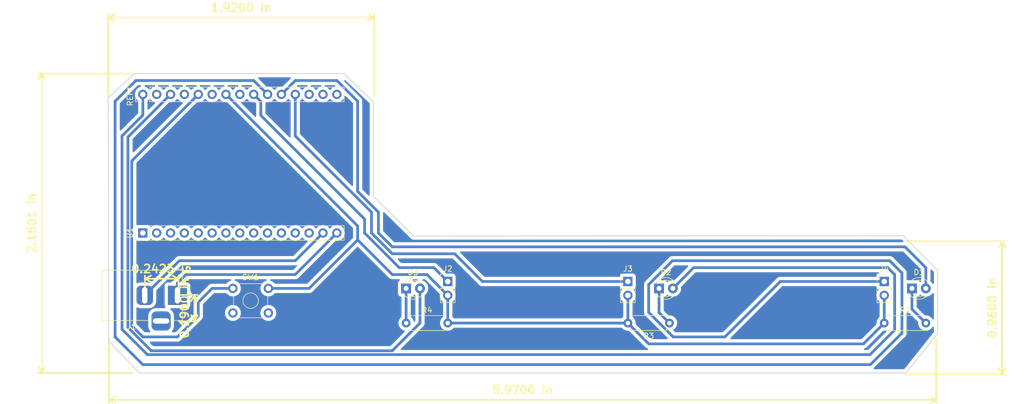
<source format=kicad_pcb>
(kicad_pcb (version 20171130) (host pcbnew "(5.1.2)-1")

  (general
    (thickness 1.6)
    (drawings 18)
    (tracks 93)
    (zones 0)
    (modules 12)
    (nets 36)
  )

  (page A4)
  (layers
    (0 F.Cu signal)
    (31 B.Cu signal)
    (32 B.Adhes user)
    (33 F.Adhes user)
    (34 B.Paste user)
    (35 F.Paste user)
    (36 B.SilkS user)
    (37 F.SilkS user)
    (38 B.Mask user)
    (39 F.Mask user)
    (40 Dwgs.User user)
    (41 Cmts.User user)
    (42 Eco1.User user)
    (43 Eco2.User user)
    (44 Edge.Cuts user)
    (45 Margin user)
    (46 B.CrtYd user)
    (47 F.CrtYd user)
    (48 B.Fab user)
    (49 F.Fab user)
  )

  (setup
    (last_trace_width 0.5)
    (trace_clearance 0.2)
    (zone_clearance 0.6)
    (zone_45_only no)
    (trace_min 0.2)
    (via_size 0.8)
    (via_drill 0.4)
    (via_min_size 0.4)
    (via_min_drill 0.3)
    (uvia_size 0.3)
    (uvia_drill 0.1)
    (uvias_allowed no)
    (uvia_min_size 0.2)
    (uvia_min_drill 0.1)
    (edge_width 0.15)
    (segment_width 0.2)
    (pcb_text_width 0.3)
    (pcb_text_size 1.5 1.5)
    (mod_edge_width 0.15)
    (mod_text_size 1 1)
    (mod_text_width 0.15)
    (pad_size 1.524 1.524)
    (pad_drill 0.762)
    (pad_to_mask_clearance 0.051)
    (solder_mask_min_width 0.25)
    (aux_axis_origin 0 0)
    (visible_elements 7FFFFFFF)
    (pcbplotparams
      (layerselection 0x01000_fffffffe)
      (usegerberextensions false)
      (usegerberattributes false)
      (usegerberadvancedattributes false)
      (creategerberjobfile false)
      (excludeedgelayer true)
      (linewidth 0.100000)
      (plotframeref false)
      (viasonmask false)
      (mode 1)
      (useauxorigin false)
      (hpglpennumber 1)
      (hpglpenspeed 20)
      (hpglpendiameter 15.000000)
      (psnegative false)
      (psa4output false)
      (plotreference true)
      (plotvalue true)
      (plotinvisibletext false)
      (padsonsilk false)
      (subtractmaskfromsilk false)
      (outputformat 1)
      (mirror false)
      (drillshape 0)
      (scaleselection 1)
      (outputdirectory "gerbers/"))
  )

  (net 0 "")
  (net 1 "Net-(D1-Pad1)")
  (net 2 "Net-(D1-Pad2)")
  (net 3 "Net-(D2-Pad2)")
  (net 4 "Net-(D2-Pad1)")
  (net 5 "Net-(D3-Pad1)")
  (net 6 "Net-(D3-Pad2)")
  (net 7 "Net-(J1-Pad1)")
  (net 8 "Net-(J1-Pad2)")
  (net 9 "Net-(J2-Pad1)")
  (net 10 "Net-(J2-Pad2)")
  (net 11 "Net-(J3-Pad1)")
  (net 12 "Net-(J4-Pad1)")
  (net 13 "Net-(SW1-Pad4)")
  (net 14 "Net-(SW1-Pad3)")
  (net 15 "Net-(SW1-Pad1)")
  (net 16 "Net-(U1-Pad18)")
  (net 17 "Net-(U1-Pad20)")
  (net 18 "Net-(U1-Pad29)")
  (net 19 "Net-(U1-Pad22)")
  (net 20 "Net-(U1-Pad28)")
  (net 21 "Net-(U1-Pad27)")
  (net 22 "Net-(U1-Pad16)")
  (net 23 "Net-(U1-Pad12)")
  (net 24 "Net-(U1-Pad11)")
  (net 25 "Net-(U1-Pad10)")
  (net 26 "Net-(U1-Pad9)")
  (net 27 "Net-(U1-Pad8)")
  (net 28 "Net-(U1-Pad7)")
  (net 29 "Net-(U1-Pad6)")
  (net 30 "Net-(U1-Pad5)")
  (net 31 "Net-(U1-Pad4)")
  (net 32 "Net-(U1-Pad3)")
  (net 33 "Net-(U1-Pad2)")
  (net 34 "Net-(U1-Pad1)")
  (net 35 "Net-(U1-Pad0)")

  (net_class Default "This is the default net class."
    (clearance 0.2)
    (trace_width 0.5)
    (via_dia 0.8)
    (via_drill 0.4)
    (uvia_dia 0.3)
    (uvia_drill 0.1)
    (add_net "Net-(D1-Pad1)")
    (add_net "Net-(D1-Pad2)")
    (add_net "Net-(D2-Pad1)")
    (add_net "Net-(D2-Pad2)")
    (add_net "Net-(D3-Pad1)")
    (add_net "Net-(D3-Pad2)")
    (add_net "Net-(J1-Pad1)")
    (add_net "Net-(J1-Pad2)")
    (add_net "Net-(J2-Pad1)")
    (add_net "Net-(J2-Pad2)")
    (add_net "Net-(J3-Pad1)")
    (add_net "Net-(J4-Pad1)")
    (add_net "Net-(SW1-Pad1)")
    (add_net "Net-(SW1-Pad3)")
    (add_net "Net-(SW1-Pad4)")
    (add_net "Net-(U1-Pad0)")
    (add_net "Net-(U1-Pad1)")
    (add_net "Net-(U1-Pad10)")
    (add_net "Net-(U1-Pad11)")
    (add_net "Net-(U1-Pad12)")
    (add_net "Net-(U1-Pad16)")
    (add_net "Net-(U1-Pad18)")
    (add_net "Net-(U1-Pad2)")
    (add_net "Net-(U1-Pad20)")
    (add_net "Net-(U1-Pad22)")
    (add_net "Net-(U1-Pad27)")
    (add_net "Net-(U1-Pad28)")
    (add_net "Net-(U1-Pad29)")
    (add_net "Net-(U1-Pad3)")
    (add_net "Net-(U1-Pad4)")
    (add_net "Net-(U1-Pad5)")
    (add_net "Net-(U1-Pad6)")
    (add_net "Net-(U1-Pad7)")
    (add_net "Net-(U1-Pad8)")
    (add_net "Net-(U1-Pad9)")
  )

  (module LED_THT:LED_D3.0mm (layer F.Cu) (tedit 587A3A7B) (tstamp 5CFB368A)
    (at 182.88 118.11)
    (descr "LED, diameter 3.0mm, 2 pins")
    (tags "LED diameter 3.0mm 2 pins")
    (path /5CB09990)
    (fp_text reference D1 (at 1.27 -2.96) (layer F.SilkS)
      (effects (font (size 1 1) (thickness 0.15)))
    )
    (fp_text value LED (at 1.27 2.96) (layer F.Fab)
      (effects (font (size 1 1) (thickness 0.15)))
    )
    (fp_line (start 3.7 -2.25) (end -1.15 -2.25) (layer F.CrtYd) (width 0.05))
    (fp_line (start 3.7 2.25) (end 3.7 -2.25) (layer F.CrtYd) (width 0.05))
    (fp_line (start -1.15 2.25) (end 3.7 2.25) (layer F.CrtYd) (width 0.05))
    (fp_line (start -1.15 -2.25) (end -1.15 2.25) (layer F.CrtYd) (width 0.05))
    (fp_line (start -0.29 1.08) (end -0.29 1.236) (layer F.SilkS) (width 0.12))
    (fp_line (start -0.29 -1.236) (end -0.29 -1.08) (layer F.SilkS) (width 0.12))
    (fp_line (start -0.23 -1.16619) (end -0.23 1.16619) (layer F.Fab) (width 0.1))
    (fp_circle (center 1.27 0) (end 2.77 0) (layer F.Fab) (width 0.1))
    (fp_arc (start 1.27 0) (end 0.229039 1.08) (angle -87.9) (layer F.SilkS) (width 0.12))
    (fp_arc (start 1.27 0) (end 0.229039 -1.08) (angle 87.9) (layer F.SilkS) (width 0.12))
    (fp_arc (start 1.27 0) (end -0.29 1.235516) (angle -108.8) (layer F.SilkS) (width 0.12))
    (fp_arc (start 1.27 0) (end -0.29 -1.235516) (angle 108.8) (layer F.SilkS) (width 0.12))
    (fp_arc (start 1.27 0) (end -0.23 -1.16619) (angle 284.3) (layer F.Fab) (width 0.1))
    (pad 2 thru_hole circle (at 2.54 0) (size 1.8 1.8) (drill 0.9) (layers *.Cu *.Mask)
      (net 2 "Net-(D1-Pad2)"))
    (pad 1 thru_hole rect (at 0 0) (size 1.8 1.8) (drill 0.9) (layers *.Cu *.Mask)
      (net 1 "Net-(D1-Pad1)"))
    (model ${KISYS3DMOD}/LED_THT.3dshapes/LED_D3.0mm.wrl
      (at (xyz 0 0 0))
      (scale (xyz 1 1 1))
      (rotate (xyz 0 0 0))
    )
  )

  (module LED_THT:LED_D3.0mm (layer F.Cu) (tedit 587A3A7B) (tstamp 5CFB36F6)
    (at 136.525 118.11)
    (descr "LED, diameter 3.0mm, 2 pins")
    (tags "LED diameter 3.0mm 2 pins")
    (path /5CB09E43)
    (fp_text reference D2 (at 1.27 -2.96) (layer F.SilkS)
      (effects (font (size 1 1) (thickness 0.15)))
    )
    (fp_text value LED (at 1.27 2.96) (layer F.Fab)
      (effects (font (size 1 1) (thickness 0.15)))
    )
    (fp_arc (start 1.27 0) (end -0.23 -1.16619) (angle 284.3) (layer F.Fab) (width 0.1))
    (fp_arc (start 1.27 0) (end -0.29 -1.235516) (angle 108.8) (layer F.SilkS) (width 0.12))
    (fp_arc (start 1.27 0) (end -0.29 1.235516) (angle -108.8) (layer F.SilkS) (width 0.12))
    (fp_arc (start 1.27 0) (end 0.229039 -1.08) (angle 87.9) (layer F.SilkS) (width 0.12))
    (fp_arc (start 1.27 0) (end 0.229039 1.08) (angle -87.9) (layer F.SilkS) (width 0.12))
    (fp_circle (center 1.27 0) (end 2.77 0) (layer F.Fab) (width 0.1))
    (fp_line (start -0.23 -1.16619) (end -0.23 1.16619) (layer F.Fab) (width 0.1))
    (fp_line (start -0.29 -1.236) (end -0.29 -1.08) (layer F.SilkS) (width 0.12))
    (fp_line (start -0.29 1.08) (end -0.29 1.236) (layer F.SilkS) (width 0.12))
    (fp_line (start -1.15 -2.25) (end -1.15 2.25) (layer F.CrtYd) (width 0.05))
    (fp_line (start -1.15 2.25) (end 3.7 2.25) (layer F.CrtYd) (width 0.05))
    (fp_line (start 3.7 2.25) (end 3.7 -2.25) (layer F.CrtYd) (width 0.05))
    (fp_line (start 3.7 -2.25) (end -1.15 -2.25) (layer F.CrtYd) (width 0.05))
    (pad 1 thru_hole rect (at 0 0) (size 1.8 1.8) (drill 0.9) (layers *.Cu *.Mask)
      (net 4 "Net-(D2-Pad1)"))
    (pad 2 thru_hole circle (at 2.54 0) (size 1.8 1.8) (drill 0.9) (layers *.Cu *.Mask)
      (net 3 "Net-(D2-Pad2)"))
    (model ${KISYS3DMOD}/LED_THT.3dshapes/LED_D3.0mm.wrl
      (at (xyz 0 0 0))
      (scale (xyz 1 1 1))
      (rotate (xyz 0 0 0))
    )
  )

  (module LED_THT:LED_D3.0mm (layer F.Cu) (tedit 587A3A7B) (tstamp 5CFB36C0)
    (at 90.17 118.11)
    (descr "LED, diameter 3.0mm, 2 pins")
    (tags "LED diameter 3.0mm 2 pins")
    (path /5CB0A15A)
    (fp_text reference D3 (at 1.27 -2.96) (layer F.SilkS)
      (effects (font (size 1 1) (thickness 0.15)))
    )
    (fp_text value LED (at 1.27 2.96) (layer F.Fab)
      (effects (font (size 1 1) (thickness 0.15)))
    )
    (fp_line (start 3.7 -2.25) (end -1.15 -2.25) (layer F.CrtYd) (width 0.05))
    (fp_line (start 3.7 2.25) (end 3.7 -2.25) (layer F.CrtYd) (width 0.05))
    (fp_line (start -1.15 2.25) (end 3.7 2.25) (layer F.CrtYd) (width 0.05))
    (fp_line (start -1.15 -2.25) (end -1.15 2.25) (layer F.CrtYd) (width 0.05))
    (fp_line (start -0.29 1.08) (end -0.29 1.236) (layer F.SilkS) (width 0.12))
    (fp_line (start -0.29 -1.236) (end -0.29 -1.08) (layer F.SilkS) (width 0.12))
    (fp_line (start -0.23 -1.16619) (end -0.23 1.16619) (layer F.Fab) (width 0.1))
    (fp_circle (center 1.27 0) (end 2.77 0) (layer F.Fab) (width 0.1))
    (fp_arc (start 1.27 0) (end 0.229039 1.08) (angle -87.9) (layer F.SilkS) (width 0.12))
    (fp_arc (start 1.27 0) (end 0.229039 -1.08) (angle 87.9) (layer F.SilkS) (width 0.12))
    (fp_arc (start 1.27 0) (end -0.29 1.235516) (angle -108.8) (layer F.SilkS) (width 0.12))
    (fp_arc (start 1.27 0) (end -0.29 -1.235516) (angle 108.8) (layer F.SilkS) (width 0.12))
    (fp_arc (start 1.27 0) (end -0.23 -1.16619) (angle 284.3) (layer F.Fab) (width 0.1))
    (pad 2 thru_hole circle (at 2.54 0) (size 1.8 1.8) (drill 0.9) (layers *.Cu *.Mask)
      (net 6 "Net-(D3-Pad2)"))
    (pad 1 thru_hole rect (at 0 0) (size 1.8 1.8) (drill 0.9) (layers *.Cu *.Mask)
      (net 5 "Net-(D3-Pad1)"))
    (model ${KISYS3DMOD}/LED_THT.3dshapes/LED_D3.0mm.wrl
      (at (xyz 0 0 0))
      (scale (xyz 1 1 1))
      (rotate (xyz 0 0 0))
    )
  )

  (module Connector_BarrelJack:BarrelJack_Horizontal (layer F.Cu) (tedit 5A1DBF6A) (tstamp 5CFB16FB)
    (at 48.26 119.38)
    (descr "DC Barrel Jack")
    (tags "Power Jack")
    (path /5CC3528F)
    (fp_text reference J1 (at -8.45 5.75) (layer F.SilkS)
      (effects (font (size 1 1) (thickness 0.15)))
    )
    (fp_text value Jack-DC (at -6.2 -5.5) (layer F.Fab)
      (effects (font (size 1 1) (thickness 0.15)))
    )
    (fp_text user %R (at -3 -2.95) (layer F.Fab)
      (effects (font (size 1 1) (thickness 0.15)))
    )
    (fp_line (start -0.003213 -4.505425) (end 0.8 -3.75) (layer F.Fab) (width 0.1))
    (fp_line (start 1.1 -3.75) (end 1.1 -4.8) (layer F.SilkS) (width 0.12))
    (fp_line (start 0.05 -4.8) (end 1.1 -4.8) (layer F.SilkS) (width 0.12))
    (fp_line (start 1 -4.5) (end 1 -4.75) (layer F.CrtYd) (width 0.05))
    (fp_line (start 1 -4.75) (end -14 -4.75) (layer F.CrtYd) (width 0.05))
    (fp_line (start 1 -4.5) (end 1 -2) (layer F.CrtYd) (width 0.05))
    (fp_line (start 1 -2) (end 2 -2) (layer F.CrtYd) (width 0.05))
    (fp_line (start 2 -2) (end 2 2) (layer F.CrtYd) (width 0.05))
    (fp_line (start 2 2) (end 1 2) (layer F.CrtYd) (width 0.05))
    (fp_line (start 1 2) (end 1 4.75) (layer F.CrtYd) (width 0.05))
    (fp_line (start 1 4.75) (end -1 4.75) (layer F.CrtYd) (width 0.05))
    (fp_line (start -1 4.75) (end -1 6.75) (layer F.CrtYd) (width 0.05))
    (fp_line (start -1 6.75) (end -5 6.75) (layer F.CrtYd) (width 0.05))
    (fp_line (start -5 6.75) (end -5 4.75) (layer F.CrtYd) (width 0.05))
    (fp_line (start -5 4.75) (end -14 4.75) (layer F.CrtYd) (width 0.05))
    (fp_line (start -14 4.75) (end -14 -4.75) (layer F.CrtYd) (width 0.05))
    (fp_line (start -5 4.6) (end -13.8 4.6) (layer F.SilkS) (width 0.12))
    (fp_line (start -13.8 4.6) (end -13.8 -4.6) (layer F.SilkS) (width 0.12))
    (fp_line (start 0.9 1.9) (end 0.9 4.6) (layer F.SilkS) (width 0.12))
    (fp_line (start 0.9 4.6) (end -1 4.6) (layer F.SilkS) (width 0.12))
    (fp_line (start -13.8 -4.6) (end 0.9 -4.6) (layer F.SilkS) (width 0.12))
    (fp_line (start 0.9 -4.6) (end 0.9 -2) (layer F.SilkS) (width 0.12))
    (fp_line (start -10.2 -4.5) (end -10.2 4.5) (layer F.Fab) (width 0.1))
    (fp_line (start -13.7 -4.5) (end -13.7 4.5) (layer F.Fab) (width 0.1))
    (fp_line (start -13.7 4.5) (end 0.8 4.5) (layer F.Fab) (width 0.1))
    (fp_line (start 0.8 4.5) (end 0.8 -3.75) (layer F.Fab) (width 0.1))
    (fp_line (start 0 -4.5) (end -13.7 -4.5) (layer F.Fab) (width 0.1))
    (pad 1 thru_hole rect (at 0 0) (size 3.5 3.5) (drill oval 1 3) (layers *.Cu *.Mask)
      (net 7 "Net-(J1-Pad1)"))
    (pad 2 thru_hole roundrect (at -6 0) (size 3 3.5) (drill oval 1 3) (layers *.Cu *.Mask) (roundrect_rratio 0.25)
      (net 8 "Net-(J1-Pad2)"))
    (pad 3 thru_hole roundrect (at -3 4.7) (size 3.5 3.5) (drill oval 3 1) (layers *.Cu *.Mask) (roundrect_rratio 0.25))
    (model ${KISYS3DMOD}/Connector_BarrelJack.3dshapes/BarrelJack_Horizontal.wrl
      (at (xyz 0 0 0))
      (scale (xyz 1 1 1))
      (rotate (xyz 0 0 0))
    )
  )

  (module Connector_PinHeader_2.54mm:PinHeader_1x02_P2.54mm_Vertical (layer F.Cu) (tedit 59FED5CC) (tstamp 5CFB308D)
    (at 97.79 116.84)
    (descr "Through hole straight pin header, 1x02, 2.54mm pitch, single row")
    (tags "Through hole pin header THT 1x02 2.54mm single row")
    (path /5CB0AF27)
    (fp_text reference J2 (at 0 -2.33) (layer F.SilkS)
      (effects (font (size 1 1) (thickness 0.15)))
    )
    (fp_text value Conn_01x02_Female (at 0 4.87) (layer F.Fab)
      (effects (font (size 1 1) (thickness 0.15)))
    )
    (fp_line (start -0.635 -1.27) (end 1.27 -1.27) (layer F.Fab) (width 0.1))
    (fp_line (start 1.27 -1.27) (end 1.27 3.81) (layer F.Fab) (width 0.1))
    (fp_line (start 1.27 3.81) (end -1.27 3.81) (layer F.Fab) (width 0.1))
    (fp_line (start -1.27 3.81) (end -1.27 -0.635) (layer F.Fab) (width 0.1))
    (fp_line (start -1.27 -0.635) (end -0.635 -1.27) (layer F.Fab) (width 0.1))
    (fp_line (start -1.33 3.87) (end 1.33 3.87) (layer F.SilkS) (width 0.12))
    (fp_line (start -1.33 1.27) (end -1.33 3.87) (layer F.SilkS) (width 0.12))
    (fp_line (start 1.33 1.27) (end 1.33 3.87) (layer F.SilkS) (width 0.12))
    (fp_line (start -1.33 1.27) (end 1.33 1.27) (layer F.SilkS) (width 0.12))
    (fp_line (start -1.33 0) (end -1.33 -1.33) (layer F.SilkS) (width 0.12))
    (fp_line (start -1.33 -1.33) (end 0 -1.33) (layer F.SilkS) (width 0.12))
    (fp_line (start -1.8 -1.8) (end -1.8 4.35) (layer F.CrtYd) (width 0.05))
    (fp_line (start -1.8 4.35) (end 1.8 4.35) (layer F.CrtYd) (width 0.05))
    (fp_line (start 1.8 4.35) (end 1.8 -1.8) (layer F.CrtYd) (width 0.05))
    (fp_line (start 1.8 -1.8) (end -1.8 -1.8) (layer F.CrtYd) (width 0.05))
    (fp_text user %R (at 0 1.27 90) (layer F.Fab)
      (effects (font (size 1 1) (thickness 0.15)))
    )
    (pad 1 thru_hole rect (at 0 0) (size 1.7 1.7) (drill 1) (layers *.Cu *.Mask)
      (net 9 "Net-(J2-Pad1)"))
    (pad 2 thru_hole oval (at 0 2.54) (size 1.7 1.7) (drill 1) (layers *.Cu *.Mask)
      (net 10 "Net-(J2-Pad2)"))
    (model ${KISYS3DMOD}/Connector_PinHeader_2.54mm.3dshapes/PinHeader_1x02_P2.54mm_Vertical.wrl
      (at (xyz 0 0 0))
      (scale (xyz 1 1 1))
      (rotate (xyz 0 0 0))
    )
  )

  (module Connector_PinHeader_2.54mm:PinHeader_1x02_P2.54mm_Vertical (layer F.Cu) (tedit 59FED5CC) (tstamp 5CFB1727)
    (at 130.81 116.84)
    (descr "Through hole straight pin header, 1x02, 2.54mm pitch, single row")
    (tags "Through hole pin header THT 1x02 2.54mm single row")
    (path /5CB0B0BC)
    (fp_text reference J3 (at 0 -2.33) (layer F.SilkS)
      (effects (font (size 1 1) (thickness 0.15)))
    )
    (fp_text value Conn_01x02_Female (at 0 4.87) (layer F.Fab)
      (effects (font (size 1 1) (thickness 0.15)))
    )
    (fp_text user %R (at 0 1.27 90) (layer F.Fab)
      (effects (font (size 1 1) (thickness 0.15)))
    )
    (fp_line (start 1.8 -1.8) (end -1.8 -1.8) (layer F.CrtYd) (width 0.05))
    (fp_line (start 1.8 4.35) (end 1.8 -1.8) (layer F.CrtYd) (width 0.05))
    (fp_line (start -1.8 4.35) (end 1.8 4.35) (layer F.CrtYd) (width 0.05))
    (fp_line (start -1.8 -1.8) (end -1.8 4.35) (layer F.CrtYd) (width 0.05))
    (fp_line (start -1.33 -1.33) (end 0 -1.33) (layer F.SilkS) (width 0.12))
    (fp_line (start -1.33 0) (end -1.33 -1.33) (layer F.SilkS) (width 0.12))
    (fp_line (start -1.33 1.27) (end 1.33 1.27) (layer F.SilkS) (width 0.12))
    (fp_line (start 1.33 1.27) (end 1.33 3.87) (layer F.SilkS) (width 0.12))
    (fp_line (start -1.33 1.27) (end -1.33 3.87) (layer F.SilkS) (width 0.12))
    (fp_line (start -1.33 3.87) (end 1.33 3.87) (layer F.SilkS) (width 0.12))
    (fp_line (start -1.27 -0.635) (end -0.635 -1.27) (layer F.Fab) (width 0.1))
    (fp_line (start -1.27 3.81) (end -1.27 -0.635) (layer F.Fab) (width 0.1))
    (fp_line (start 1.27 3.81) (end -1.27 3.81) (layer F.Fab) (width 0.1))
    (fp_line (start 1.27 -1.27) (end 1.27 3.81) (layer F.Fab) (width 0.1))
    (fp_line (start -0.635 -1.27) (end 1.27 -1.27) (layer F.Fab) (width 0.1))
    (pad 2 thru_hole oval (at 0 2.54) (size 1.7 1.7) (drill 1) (layers *.Cu *.Mask)
      (net 10 "Net-(J2-Pad2)"))
    (pad 1 thru_hole rect (at 0 0) (size 1.7 1.7) (drill 1) (layers *.Cu *.Mask)
      (net 11 "Net-(J3-Pad1)"))
    (model ${KISYS3DMOD}/Connector_PinHeader_2.54mm.3dshapes/PinHeader_1x02_P2.54mm_Vertical.wrl
      (at (xyz 0 0 0))
      (scale (xyz 1 1 1))
      (rotate (xyz 0 0 0))
    )
  )

  (module Connector_PinHeader_2.54mm:PinHeader_1x02_P2.54mm_Vertical (layer F.Cu) (tedit 59FED5CC) (tstamp 5CFB3543)
    (at 177.8 116.84)
    (descr "Through hole straight pin header, 1x02, 2.54mm pitch, single row")
    (tags "Through hole pin header THT 1x02 2.54mm single row")
    (path /5CB0B1D4)
    (fp_text reference J4 (at 0 -2.33) (layer F.SilkS)
      (effects (font (size 1 1) (thickness 0.15)))
    )
    (fp_text value Conn_01x02_Female (at 0 4.87) (layer F.Fab)
      (effects (font (size 1 1) (thickness 0.15)))
    )
    (fp_line (start -0.635 -1.27) (end 1.27 -1.27) (layer F.Fab) (width 0.1))
    (fp_line (start 1.27 -1.27) (end 1.27 3.81) (layer F.Fab) (width 0.1))
    (fp_line (start 1.27 3.81) (end -1.27 3.81) (layer F.Fab) (width 0.1))
    (fp_line (start -1.27 3.81) (end -1.27 -0.635) (layer F.Fab) (width 0.1))
    (fp_line (start -1.27 -0.635) (end -0.635 -1.27) (layer F.Fab) (width 0.1))
    (fp_line (start -1.33 3.87) (end 1.33 3.87) (layer F.SilkS) (width 0.12))
    (fp_line (start -1.33 1.27) (end -1.33 3.87) (layer F.SilkS) (width 0.12))
    (fp_line (start 1.33 1.27) (end 1.33 3.87) (layer F.SilkS) (width 0.12))
    (fp_line (start -1.33 1.27) (end 1.33 1.27) (layer F.SilkS) (width 0.12))
    (fp_line (start -1.33 0) (end -1.33 -1.33) (layer F.SilkS) (width 0.12))
    (fp_line (start -1.33 -1.33) (end 0 -1.33) (layer F.SilkS) (width 0.12))
    (fp_line (start -1.8 -1.8) (end -1.8 4.35) (layer F.CrtYd) (width 0.05))
    (fp_line (start -1.8 4.35) (end 1.8 4.35) (layer F.CrtYd) (width 0.05))
    (fp_line (start 1.8 4.35) (end 1.8 -1.8) (layer F.CrtYd) (width 0.05))
    (fp_line (start 1.8 -1.8) (end -1.8 -1.8) (layer F.CrtYd) (width 0.05))
    (fp_text user %R (at 0 1.27 90) (layer F.Fab)
      (effects (font (size 1 1) (thickness 0.15)))
    )
    (pad 1 thru_hole rect (at 0 0) (size 1.7 1.7) (drill 1) (layers *.Cu *.Mask)
      (net 12 "Net-(J4-Pad1)"))
    (pad 2 thru_hole oval (at 0 2.54) (size 1.7 1.7) (drill 1) (layers *.Cu *.Mask)
      (net 10 "Net-(J2-Pad2)"))
    (model ${KISYS3DMOD}/Connector_PinHeader_2.54mm.3dshapes/PinHeader_1x02_P2.54mm_Vertical.wrl
      (at (xyz 0 0 0))
      (scale (xyz 1 1 1))
      (rotate (xyz 0 0 0))
    )
  )

  (module Resistor_THT:R_Axial_DIN0207_L6.3mm_D2.5mm_P7.62mm_Horizontal (layer F.Cu) (tedit 5AE5139B) (tstamp 5CFB1754)
    (at 177.8 124.46)
    (descr "Resistor, Axial_DIN0207 series, Axial, Horizontal, pin pitch=7.62mm, 0.25W = 1/4W, length*diameter=6.3*2.5mm^2, http://cdn-reichelt.de/documents/datenblatt/B400/1_4W%23YAG.pdf")
    (tags "Resistor Axial_DIN0207 series Axial Horizontal pin pitch 7.62mm 0.25W = 1/4W length 6.3mm diameter 2.5mm")
    (path /5CB09570)
    (fp_text reference R2 (at 3.81 -2.37) (layer F.SilkS)
      (effects (font (size 1 1) (thickness 0.15)))
    )
    (fp_text value R (at 3.81 2.37) (layer F.Fab)
      (effects (font (size 1 1) (thickness 0.15)))
    )
    (fp_line (start 0.66 -1.25) (end 0.66 1.25) (layer F.Fab) (width 0.1))
    (fp_line (start 0.66 1.25) (end 6.96 1.25) (layer F.Fab) (width 0.1))
    (fp_line (start 6.96 1.25) (end 6.96 -1.25) (layer F.Fab) (width 0.1))
    (fp_line (start 6.96 -1.25) (end 0.66 -1.25) (layer F.Fab) (width 0.1))
    (fp_line (start 0 0) (end 0.66 0) (layer F.Fab) (width 0.1))
    (fp_line (start 7.62 0) (end 6.96 0) (layer F.Fab) (width 0.1))
    (fp_line (start 0.54 -1.04) (end 0.54 -1.37) (layer F.SilkS) (width 0.12))
    (fp_line (start 0.54 -1.37) (end 7.08 -1.37) (layer F.SilkS) (width 0.12))
    (fp_line (start 7.08 -1.37) (end 7.08 -1.04) (layer F.SilkS) (width 0.12))
    (fp_line (start 0.54 1.04) (end 0.54 1.37) (layer F.SilkS) (width 0.12))
    (fp_line (start 0.54 1.37) (end 7.08 1.37) (layer F.SilkS) (width 0.12))
    (fp_line (start 7.08 1.37) (end 7.08 1.04) (layer F.SilkS) (width 0.12))
    (fp_line (start -1.05 -1.5) (end -1.05 1.5) (layer F.CrtYd) (width 0.05))
    (fp_line (start -1.05 1.5) (end 8.67 1.5) (layer F.CrtYd) (width 0.05))
    (fp_line (start 8.67 1.5) (end 8.67 -1.5) (layer F.CrtYd) (width 0.05))
    (fp_line (start 8.67 -1.5) (end -1.05 -1.5) (layer F.CrtYd) (width 0.05))
    (fp_text user %R (at 3.81 0) (layer F.Fab)
      (effects (font (size 1 1) (thickness 0.15)))
    )
    (pad 1 thru_hole circle (at 0 0) (size 1.6 1.6) (drill 0.8) (layers *.Cu *.Mask)
      (net 10 "Net-(J2-Pad2)"))
    (pad 2 thru_hole oval (at 7.62 0) (size 1.6 1.6) (drill 0.8) (layers *.Cu *.Mask)
      (net 1 "Net-(D1-Pad1)"))
    (model ${KISYS3DMOD}/Resistor_THT.3dshapes/R_Axial_DIN0207_L6.3mm_D2.5mm_P7.62mm_Horizontal.wrl
      (at (xyz 0 0 0))
      (scale (xyz 1 1 1))
      (rotate (xyz 0 0 0))
    )
  )

  (module Resistor_THT:R_Axial_DIN0207_L6.3mm_D2.5mm_P7.62mm_Horizontal (layer F.Cu) (tedit 5AE5139B) (tstamp 5CFB328C)
    (at 138.43 124.46 180)
    (descr "Resistor, Axial_DIN0207 series, Axial, Horizontal, pin pitch=7.62mm, 0.25W = 1/4W, length*diameter=6.3*2.5mm^2, http://cdn-reichelt.de/documents/datenblatt/B400/1_4W%23YAG.pdf")
    (tags "Resistor Axial_DIN0207 series Axial Horizontal pin pitch 7.62mm 0.25W = 1/4W length 6.3mm diameter 2.5mm")
    (path /5CB094B7)
    (fp_text reference R3 (at 3.81 -2.37 180) (layer F.SilkS)
      (effects (font (size 1 1) (thickness 0.15)))
    )
    (fp_text value R (at 3.81 2.37 180) (layer F.Fab)
      (effects (font (size 1 1) (thickness 0.15)))
    )
    (fp_line (start 0.66 -1.25) (end 0.66 1.25) (layer F.Fab) (width 0.1))
    (fp_line (start 0.66 1.25) (end 6.96 1.25) (layer F.Fab) (width 0.1))
    (fp_line (start 6.96 1.25) (end 6.96 -1.25) (layer F.Fab) (width 0.1))
    (fp_line (start 6.96 -1.25) (end 0.66 -1.25) (layer F.Fab) (width 0.1))
    (fp_line (start 0 0) (end 0.66 0) (layer F.Fab) (width 0.1))
    (fp_line (start 7.62 0) (end 6.96 0) (layer F.Fab) (width 0.1))
    (fp_line (start 0.54 -1.04) (end 0.54 -1.37) (layer F.SilkS) (width 0.12))
    (fp_line (start 0.54 -1.37) (end 7.08 -1.37) (layer F.SilkS) (width 0.12))
    (fp_line (start 7.08 -1.37) (end 7.08 -1.04) (layer F.SilkS) (width 0.12))
    (fp_line (start 0.54 1.04) (end 0.54 1.37) (layer F.SilkS) (width 0.12))
    (fp_line (start 0.54 1.37) (end 7.08 1.37) (layer F.SilkS) (width 0.12))
    (fp_line (start 7.08 1.37) (end 7.08 1.04) (layer F.SilkS) (width 0.12))
    (fp_line (start -1.05 -1.5) (end -1.05 1.5) (layer F.CrtYd) (width 0.05))
    (fp_line (start -1.05 1.5) (end 8.67 1.5) (layer F.CrtYd) (width 0.05))
    (fp_line (start 8.67 1.5) (end 8.67 -1.5) (layer F.CrtYd) (width 0.05))
    (fp_line (start 8.67 -1.5) (end -1.05 -1.5) (layer F.CrtYd) (width 0.05))
    (fp_text user %R (at 3.81 0 180) (layer F.Fab)
      (effects (font (size 1 1) (thickness 0.15)))
    )
    (pad 1 thru_hole circle (at 0 0 180) (size 1.6 1.6) (drill 0.8) (layers *.Cu *.Mask)
      (net 4 "Net-(D2-Pad1)"))
    (pad 2 thru_hole oval (at 7.62 0 180) (size 1.6 1.6) (drill 0.8) (layers *.Cu *.Mask)
      (net 10 "Net-(J2-Pad2)"))
    (model ${KISYS3DMOD}/Resistor_THT.3dshapes/R_Axial_DIN0207_L6.3mm_D2.5mm_P7.62mm_Horizontal.wrl
      (at (xyz 0 0 0))
      (scale (xyz 1 1 1))
      (rotate (xyz 0 0 0))
    )
  )

  (module Resistor_THT:R_Axial_DIN0207_L6.3mm_D2.5mm_P7.62mm_Horizontal (layer F.Cu) (tedit 5AE5139B) (tstamp 5CFB2F12)
    (at 90.17 124.46)
    (descr "Resistor, Axial_DIN0207 series, Axial, Horizontal, pin pitch=7.62mm, 0.25W = 1/4W, length*diameter=6.3*2.5mm^2, http://cdn-reichelt.de/documents/datenblatt/B400/1_4W%23YAG.pdf")
    (tags "Resistor Axial_DIN0207 series Axial Horizontal pin pitch 7.62mm 0.25W = 1/4W length 6.3mm diameter 2.5mm")
    (path /5CB09519)
    (fp_text reference R4 (at 3.81 -2.37) (layer F.SilkS)
      (effects (font (size 1 1) (thickness 0.15)))
    )
    (fp_text value R (at 3.81 2.37) (layer F.Fab)
      (effects (font (size 1 1) (thickness 0.15)))
    )
    (fp_text user %R (at 3.81 0 90) (layer F.Fab)
      (effects (font (size 1 1) (thickness 0.15)))
    )
    (fp_line (start 8.67 -1.5) (end -1.05 -1.5) (layer F.CrtYd) (width 0.05))
    (fp_line (start 8.67 1.5) (end 8.67 -1.5) (layer F.CrtYd) (width 0.05))
    (fp_line (start -1.05 1.5) (end 8.67 1.5) (layer F.CrtYd) (width 0.05))
    (fp_line (start -1.05 -1.5) (end -1.05 1.5) (layer F.CrtYd) (width 0.05))
    (fp_line (start 7.08 1.37) (end 7.08 1.04) (layer F.SilkS) (width 0.12))
    (fp_line (start 0.54 1.37) (end 7.08 1.37) (layer F.SilkS) (width 0.12))
    (fp_line (start 0.54 1.04) (end 0.54 1.37) (layer F.SilkS) (width 0.12))
    (fp_line (start 7.08 -1.37) (end 7.08 -1.04) (layer F.SilkS) (width 0.12))
    (fp_line (start 0.54 -1.37) (end 7.08 -1.37) (layer F.SilkS) (width 0.12))
    (fp_line (start 0.54 -1.04) (end 0.54 -1.37) (layer F.SilkS) (width 0.12))
    (fp_line (start 7.62 0) (end 6.96 0) (layer F.Fab) (width 0.1))
    (fp_line (start 0 0) (end 0.66 0) (layer F.Fab) (width 0.1))
    (fp_line (start 6.96 -1.25) (end 0.66 -1.25) (layer F.Fab) (width 0.1))
    (fp_line (start 6.96 1.25) (end 6.96 -1.25) (layer F.Fab) (width 0.1))
    (fp_line (start 0.66 1.25) (end 6.96 1.25) (layer F.Fab) (width 0.1))
    (fp_line (start 0.66 -1.25) (end 0.66 1.25) (layer F.Fab) (width 0.1))
    (pad 2 thru_hole oval (at 7.62 0) (size 1.6 1.6) (drill 0.8) (layers *.Cu *.Mask)
      (net 10 "Net-(J2-Pad2)"))
    (pad 1 thru_hole circle (at 0 0) (size 1.6 1.6) (drill 0.8) (layers *.Cu *.Mask)
      (net 5 "Net-(D3-Pad1)"))
    (model ${KISYS3DMOD}/Resistor_THT.3dshapes/R_Axial_DIN0207_L6.3mm_D2.5mm_P7.62mm_Horizontal.wrl
      (at (xyz 0 0 0))
      (scale (xyz 1 1 1))
      (rotate (xyz 0 0 0))
    )
  )

  (module Button_Switch_THT:SW_TH_Tactile_Omron_B3F-10xx (layer F.Cu) (tedit 5A02FE31) (tstamp 5CFB1798)
    (at 58.42 118.11)
    (descr SW_TH_Tactile_Omron_B3F-10xx_https://www.omron.com/ecb/products/pdf/en-b3f.pdf)
    (tags "Omron B3F-10xx")
    (path /5CC1FD9D)
    (fp_text reference SW1 (at 3.25 -2.05) (layer F.SilkS)
      (effects (font (size 1 1) (thickness 0.15)))
    )
    (fp_text value SW_Push_Dual (at 3.2 6.5) (layer F.Fab)
      (effects (font (size 1 1) (thickness 0.15)))
    )
    (fp_line (start 0.25 -0.75) (end 0.25 5.25) (layer F.Fab) (width 0.1))
    (fp_line (start 6.25 -0.75) (end 6.25 5.25) (layer F.Fab) (width 0.1))
    (fp_line (start 0.25 -0.75) (end 6.25 -0.75) (layer F.Fab) (width 0.1))
    (fp_text user %R (at 3.25 2.25) (layer F.Fab)
      (effects (font (size 1 1) (thickness 0.15)))
    )
    (fp_line (start 7.65 -1.15) (end -1.1 -1.15) (layer F.CrtYd) (width 0.05))
    (fp_line (start 7.6 5.6) (end 7.6 -1.1) (layer F.CrtYd) (width 0.05))
    (fp_line (start -1.1 5.6) (end 7.6 5.6) (layer F.CrtYd) (width 0.05))
    (fp_line (start -1.1 -1.15) (end -1.1 5.6) (layer F.CrtYd) (width 0.05))
    (fp_circle (center 3.25 2.25) (end 4.25 3.25) (layer F.SilkS) (width 0.12))
    (fp_line (start 0.28 5.37) (end 6.22 5.37) (layer F.SilkS) (width 0.12))
    (fp_line (start 0.28 -0.87) (end 6.22 -0.87) (layer F.SilkS) (width 0.12))
    (fp_line (start 0.13 3.59) (end 0.13 0.91) (layer F.SilkS) (width 0.12))
    (fp_line (start 6.37 0.91) (end 6.37 3.59) (layer F.SilkS) (width 0.12))
    (fp_line (start 0.25 5.25) (end 6.25 5.25) (layer F.Fab) (width 0.1))
    (pad 4 thru_hole circle (at 6.5 4.5) (size 1.7 1.7) (drill 1) (layers *.Cu *.Mask)
      (net 13 "Net-(SW1-Pad4)"))
    (pad 3 thru_hole circle (at 0 4.5) (size 1.7 1.7) (drill 1) (layers *.Cu *.Mask)
      (net 14 "Net-(SW1-Pad3)"))
    (pad 2 thru_hole circle (at 6.5 0) (size 1.7 1.7) (drill 1) (layers *.Cu *.Mask)
      (net 10 "Net-(J2-Pad2)"))
    (pad 1 thru_hole circle (at 0 0) (size 1.7 1.7) (drill 1) (layers *.Cu *.Mask)
      (net 15 "Net-(SW1-Pad1)"))
    (model ${KISYS3DMOD}/Button_Switch_THT.3dshapes/SW_TH_Tactile_Omron_B3F-10xx.wrl
      (at (xyz 0 0 0))
      (scale (xyz 1 1 1))
      (rotate (xyz 0 0 0))
    )
  )

  (module Eletrônica:nodeMCU (layer F.Cu) (tedit 5CAF9260) (tstamp 5CFB2C15)
    (at 41.91 107.95 90)
    (descr "Through hole straight pin header, 1x15, 2.54mm pitch, single row")
    (tags "Through hole pin header THT 1x15 2.54mm single row")
    (path /5CB0924C)
    (fp_text reference U1 (at 0 -2.33 90) (layer F.SilkS)
      (effects (font (size 1 1) (thickness 0.15)))
    )
    (fp_text value NodeMCU_v1.0 (at 0 37.89 90) (layer F.Fab)
      (effects (font (size 1 1) (thickness 0.15)))
    )
    (fp_line (start 24.13 -0.635) (end 24.765 -1.27) (layer F.Fab) (width 0.1))
    (fp_line (start 24.765 -1.27) (end 26.67 -1.27) (layer F.Fab) (width 0.1))
    (fp_line (start 24.07 36.89) (end 26.73 36.89) (layer F.SilkS) (width 0.12))
    (fp_line (start 24.07 1.27) (end 24.07 36.89) (layer F.SilkS) (width 0.12))
    (fp_line (start 27.2 -1.8) (end 23.6 -1.8) (layer F.CrtYd) (width 0.05))
    (fp_line (start 24.13 36.83) (end 24.13 -0.635) (layer F.Fab) (width 0.1))
    (fp_line (start 23.6 37.35) (end 27.2 37.35) (layer F.CrtYd) (width 0.05))
    (fp_line (start 24.07 1.27) (end 26.73 1.27) (layer F.SilkS) (width 0.12))
    (fp_line (start 26.67 -1.27) (end 26.67 36.83) (layer F.Fab) (width 0.1))
    (fp_line (start 26.73 1.27) (end 26.73 36.89) (layer F.SilkS) (width 0.12))
    (fp_text user PinHeader_1x15_P2.54mm_Vertical (at 17.78 37.89 90) (layer F.Fab)
      (effects (font (size 1 1) (thickness 0.15)))
    )
    (fp_line (start 23.6 -1.8) (end 23.6 37.35) (layer F.CrtYd) (width 0.05))
    (fp_line (start 24.07 -1.33) (end 25.4 -1.33) (layer F.SilkS) (width 0.12))
    (fp_text user REF** (at 25.4 -2.33 90) (layer F.SilkS)
      (effects (font (size 1 1) (thickness 0.15)))
    )
    (fp_line (start 24.07 0) (end 24.07 -1.33) (layer F.SilkS) (width 0.12))
    (fp_line (start 26.67 36.83) (end 24.13 36.83) (layer F.Fab) (width 0.1))
    (fp_line (start 27.2 37.35) (end 27.2 -1.8) (layer F.CrtYd) (width 0.05))
    (fp_text user %R (at 22.86 17.78 180) (layer F.Fab)
      (effects (font (size 1 1) (thickness 0.15)))
    )
    (fp_text user %R (at -5.08 16.51 180) (layer F.Fab)
      (effects (font (size 1 1) (thickness 0.15)))
    )
    (fp_line (start 1.8 -1.8) (end -1.8 -1.8) (layer F.CrtYd) (width 0.05))
    (fp_line (start 1.8 37.35) (end 1.8 -1.8) (layer F.CrtYd) (width 0.05))
    (fp_line (start -1.8 37.35) (end 1.8 37.35) (layer F.CrtYd) (width 0.05))
    (fp_line (start -1.8 -1.8) (end -1.8 37.35) (layer F.CrtYd) (width 0.05))
    (fp_line (start -1.33 -1.33) (end 0 -1.33) (layer F.SilkS) (width 0.12))
    (fp_line (start -1.33 0) (end -1.33 -1.33) (layer F.SilkS) (width 0.12))
    (fp_line (start -1.33 1.27) (end 1.33 1.27) (layer F.SilkS) (width 0.12))
    (fp_line (start 1.33 1.27) (end 1.33 36.89) (layer F.SilkS) (width 0.12))
    (fp_line (start -1.33 1.27) (end -1.33 36.89) (layer F.SilkS) (width 0.12))
    (fp_line (start -1.33 36.89) (end 1.33 36.89) (layer F.SilkS) (width 0.12))
    (fp_line (start -1.27 -0.635) (end -0.635 -1.27) (layer F.Fab) (width 0.1))
    (fp_line (start -1.27 36.83) (end -1.27 -0.635) (layer F.Fab) (width 0.1))
    (fp_line (start 1.27 36.83) (end -1.27 36.83) (layer F.Fab) (width 0.1))
    (fp_line (start 1.27 -1.27) (end 1.27 36.83) (layer F.Fab) (width 0.1))
    (fp_line (start -0.635 -1.27) (end 1.27 -1.27) (layer F.Fab) (width 0.1))
    (pad 18 thru_hole oval (at 25.4 7.62 90) (size 1.7 1.7) (drill 1) (layers *.Cu *.Mask)
      (net 16 "Net-(U1-Pad18)"))
    (pad 20 thru_hole oval (at 25.4 12.7 90) (size 1.7 1.7) (drill 1) (layers *.Cu *.Mask)
      (net 17 "Net-(U1-Pad20)"))
    (pad 15 thru_hole circle (at 25.4 0 90) (size 1.7 1.7) (drill 1) (layers *.Cu *.Mask)
      (net 3 "Net-(D2-Pad2)"))
    (pad 29 thru_hole oval (at 25.4 35.56 90) (size 1.7 1.7) (drill 1) (layers *.Cu *.Mask)
      (net 18 "Net-(U1-Pad29)"))
    (pad 25 thru_hole oval (at 25.4 25.4 90) (size 1.7 1.7) (drill 1) (layers *.Cu *.Mask)
      (net 2 "Net-(D1-Pad2)"))
    (pad 22 thru_hole oval (at 25.4 17.78 90) (size 1.7 1.7) (drill 1) (layers *.Cu *.Mask)
      (net 19 "Net-(U1-Pad22)"))
    (pad 19 thru_hole oval (at 25.4 10.16 90) (size 1.7 1.7) (drill 1) (layers *.Cu *.Mask)
      (net 15 "Net-(SW1-Pad1)"))
    (pad 28 thru_hole oval (at 25.4 33.02 90) (size 1.7 1.7) (drill 1) (layers *.Cu *.Mask)
      (net 20 "Net-(U1-Pad28)"))
    (pad 17 thru_hole oval (at 25.4 5.08 90) (size 1.7 1.7) (drill 1) (layers *.Cu *.Mask)
      (net 6 "Net-(D3-Pad2)"))
    (pad 21 thru_hole oval (at 25.4 15.24 90) (size 1.7 1.7) (drill 1) (layers *.Cu *.Mask)
      (net 10 "Net-(J2-Pad2)"))
    (pad 26 thru_hole oval (at 25.4 27.94 90) (size 1.7 1.7) (drill 1) (layers *.Cu *.Mask)
      (net 11 "Net-(J3-Pad1)"))
    (pad 24 thru_hole oval (at 25.4 22.86 90) (size 1.7 1.7) (drill 1) (layers *.Cu *.Mask)
      (net 12 "Net-(J4-Pad1)"))
    (pad 27 thru_hole oval (at 25.4 30.48 180) (size 1.7 1.7) (drill 1) (layers *.Cu *.Mask)
      (net 21 "Net-(U1-Pad27)"))
    (pad 23 thru_hole oval (at 25.4 20.32 90) (size 1.7 1.7) (drill 1) (layers *.Cu *.Mask)
      (net 9 "Net-(J2-Pad1)"))
    (pad 16 thru_hole oval (at 25.4 2.54 90) (size 1.7 1.7) (drill 1) (layers *.Cu *.Mask)
      (net 22 "Net-(U1-Pad16)"))
    (pad 14 thru_hole oval (at 0 35.56 90) (size 1.7 1.7) (drill 1) (layers *.Cu *.Mask)
      (net 7 "Net-(J1-Pad1)"))
    (pad 13 thru_hole oval (at 0 33.02 90) (size 1.7 1.7) (drill 1) (layers *.Cu *.Mask)
      (net 8 "Net-(J1-Pad2)"))
    (pad 12 thru_hole oval (at 0 30.48 90) (size 1.7 1.7) (drill 1) (layers *.Cu *.Mask)
      (net 23 "Net-(U1-Pad12)"))
    (pad 11 thru_hole oval (at 0 27.94 90) (size 1.7 1.7) (drill 1) (layers *.Cu *.Mask)
      (net 24 "Net-(U1-Pad11)"))
    (pad 10 thru_hole oval (at 0 25.4 90) (size 1.7 1.7) (drill 1) (layers *.Cu *.Mask)
      (net 25 "Net-(U1-Pad10)"))
    (pad 9 thru_hole oval (at 0 22.86 90) (size 1.7 1.7) (drill 1) (layers *.Cu *.Mask)
      (net 26 "Net-(U1-Pad9)"))
    (pad 8 thru_hole oval (at 0 20.32 90) (size 1.7 1.7) (drill 1) (layers *.Cu *.Mask)
      (net 27 "Net-(U1-Pad8)"))
    (pad 7 thru_hole oval (at 0 17.78 90) (size 1.7 1.7) (drill 1) (layers *.Cu *.Mask)
      (net 28 "Net-(U1-Pad7)"))
    (pad 6 thru_hole oval (at 0 15.24 90) (size 1.7 1.7) (drill 1) (layers *.Cu *.Mask)
      (net 29 "Net-(U1-Pad6)"))
    (pad 5 thru_hole oval (at 0 12.7 90) (size 1.7 1.7) (drill 1) (layers *.Cu *.Mask)
      (net 30 "Net-(U1-Pad5)"))
    (pad 4 thru_hole oval (at 0 10.16 90) (size 1.7 1.7) (drill 1) (layers *.Cu *.Mask)
      (net 31 "Net-(U1-Pad4)"))
    (pad 3 thru_hole oval (at 0 7.62 90) (size 1.7 1.7) (drill 1) (layers *.Cu *.Mask)
      (net 32 "Net-(U1-Pad3)"))
    (pad 2 thru_hole oval (at 0 5.08 90) (size 1.7 1.7) (drill 1) (layers *.Cu *.Mask)
      (net 33 "Net-(U1-Pad2)"))
    (pad 1 thru_hole oval (at 0 2.54 90) (size 1.7 1.7) (drill 1) (layers *.Cu *.Mask)
      (net 34 "Net-(U1-Pad1)"))
    (pad 0 thru_hole rect (at 0 0 90) (size 1.7 1.7) (drill 1) (layers *.Cu *.Mask)
      (net 35 "Net-(U1-Pad0)"))
    (model ${KISYS3DMOD}/Connector_PinHeader_2.54mm.3dshapes/PinHeader_1x15_P2.54mm_Vertical.wrl
      (at (xyz 0 0 0))
      (scale (xyz 1 1 1))
      (rotate (xyz 0 0 0))
    )
  )

  (gr_line (start 35.56 83.185) (end 40.367884 78.74) (layer Edge.Cuts) (width 0.15) (tstamp 5CC4B464))
  (gr_line (start 35.651489 127.77349) (end 35.56 83.185) (layer Edge.Cuts) (width 0.15))
  (gr_line (start 41.275 133.592846) (end 35.651489 127.77349) (layer Edge.Cuts) (width 0.15))
  (gr_line (start 181.783379 133.592846) (end 41.275 133.592846) (layer Edge.Cuts) (width 0.15))
  (gr_line (start 187.567034 126.365) (end 181.783379 133.592846) (layer Edge.Cuts) (width 0.15))
  (gr_line (start 187.567034 114.783472) (end 187.567034 126.365) (layer Edge.Cuts) (width 0.15))
  (gr_line (start 181.319259 108.469649) (end 187.567034 114.783472) (layer Edge.Cuts) (width 0.15))
  (gr_line (start 91.547655 108.505351) (end 181.319259 108.469649) (layer Edge.Cuts) (width 0.15))
  (gr_line (start 84.157429 101.22223) (end 91.547655 108.505351) (layer Edge.Cuts) (width 0.15))
  (gr_line (start 84.177065 83.899828) (end 84.157429 101.22223) (layer Edge.Cuts) (width 0.15))
  (gr_line (start 78.74 78.74) (end 84.177065 83.899828) (layer Edge.Cuts) (width 0.15))
  (gr_line (start 40.367884 78.74) (end 78.74 78.74) (layer Edge.Cuts) (width 0.15) (tstamp 5CC4B452))
  (dimension 48.768165 (width 0.3) (layer F.SilkS)
    (gr_text "48,768 mm" (at 59.944082 66.353) (layer F.SilkS)
      (effects (font (size 1.5 1.5) (thickness 0.3)))
    )
    (feature1 (pts (xy 84.328165 82.931) (xy 84.328165 67.866579)))
    (feature2 (pts (xy 35.56 82.931) (xy 35.56 67.866579)))
    (crossbar (pts (xy 35.56 68.453) (xy 84.328165 68.453)))
    (arrow1a (pts (xy 84.328165 68.453) (xy 83.201661 69.039421)))
    (arrow1b (pts (xy 84.328165 68.453) (xy 83.201661 67.866579)))
    (arrow2a (pts (xy 35.56 68.453) (xy 36.686504 69.039421)))
    (arrow2b (pts (xy 35.56 68.453) (xy 36.686504 67.866579)))
  )
  (dimension 54.865322 (width 0.3) (layer F.SilkS)
    (gr_text "54,865 mm" (at 21.268 106.172661 270) (layer F.SilkS)
      (effects (font (size 1.5 1.5) (thickness 0.3)))
    )
    (feature1 (pts (xy 40.005 133.605322) (xy 22.781579 133.605322)))
    (feature2 (pts (xy 40.005 78.74) (xy 22.781579 78.74)))
    (crossbar (pts (xy 23.368 78.74) (xy 23.368 133.605322)))
    (arrow1a (pts (xy 23.368 133.605322) (xy 22.781579 132.478818)))
    (arrow1b (pts (xy 23.368 133.605322) (xy 23.954421 132.478818)))
    (arrow2a (pts (xy 23.368 78.74) (xy 22.781579 79.866504)))
    (arrow2b (pts (xy 23.368 78.74) (xy 23.954421 79.866504)))
  )
  (dimension 24.38433 (width 0.3) (layer F.SilkS)
    (gr_text "24,384 mm" (at 201.49 121.665835 90) (layer F.SilkS)
      (effects (font (size 1.5 1.5) (thickness 0.3)))
    )
    (feature1 (pts (xy 181.737 109.47367) (xy 199.976421 109.47367)))
    (feature2 (pts (xy 181.737 133.858) (xy 199.976421 133.858)))
    (crossbar (pts (xy 199.39 133.858) (xy 199.39 109.47367)))
    (arrow1a (pts (xy 199.39 109.47367) (xy 199.976421 110.600174)))
    (arrow1b (pts (xy 199.39 109.47367) (xy 198.803579 110.600174)))
    (arrow2a (pts (xy 199.39 133.858) (xy 199.976421 132.731496)))
    (arrow2b (pts (xy 199.39 133.858) (xy 198.803579 132.731496)))
  )
  (dimension 4.826 (width 0.3) (layer F.SilkS)
    (gr_text "4,826 mm" (at 53.4715 121.7295 270) (layer F.SilkS)
      (effects (font (size 1.5 1.5) (thickness 0.3)))
    )
    (feature1 (pts (xy 48.514 124.1425) (xy 51.957921 124.1425)))
    (feature2 (pts (xy 48.514 119.3165) (xy 51.957921 119.3165)))
    (crossbar (pts (xy 51.3715 119.3165) (xy 51.3715 124.1425)))
    (arrow1a (pts (xy 51.3715 124.1425) (xy 50.785079 123.015996)))
    (arrow1b (pts (xy 51.3715 124.1425) (xy 51.957921 123.015996)))
    (arrow2a (pts (xy 51.3715 119.3165) (xy 50.785079 120.443004)))
    (arrow2b (pts (xy 51.3715 119.3165) (xy 51.957921 120.443004)))
  )
  (dimension 6.1595 (width 0.3) (layer F.SilkS)
    (gr_text "6,160 mm" (at 45.37075 114.232) (layer F.SilkS)
      (effects (font (size 1.5 1.5) (thickness 0.3)))
    )
    (feature1 (pts (xy 48.4505 119.38) (xy 48.4505 115.745579)))
    (feature2 (pts (xy 42.291 119.38) (xy 42.291 115.745579)))
    (crossbar (pts (xy 42.291 116.332) (xy 48.4505 116.332)))
    (arrow1a (pts (xy 48.4505 116.332) (xy 47.323996 116.918421)))
    (arrow1b (pts (xy 48.4505 116.332) (xy 47.323996 115.745579)))
    (arrow2a (pts (xy 42.291 116.332) (xy 43.417504 116.918421)))
    (arrow2b (pts (xy 42.291 116.332) (xy 43.417504 115.745579)))
  )
  (dimension 151.638 (width 0.3) (layer F.SilkS) (tstamp 5CFB3272)
    (gr_text "151,638 mm" (at 111.506 140.628182) (layer F.SilkS) (tstamp 5CFB3272)
      (effects (font (size 1.5 1.5) (thickness 0.3)))
    )
    (feature1 (pts (xy 187.325 127.254) (xy 187.325 139.114603)))
    (feature2 (pts (xy 35.687 127.254) (xy 35.687 139.114603)))
    (crossbar (pts (xy 35.687 138.528182) (xy 187.325 138.528182)))
    (arrow1a (pts (xy 187.325 138.528182) (xy 186.198496 139.114603)))
    (arrow1b (pts (xy 187.325 138.528182) (xy 186.198496 137.941761)))
    (arrow2a (pts (xy 35.687 138.528182) (xy 36.813504 139.114603)))
    (arrow2b (pts (xy 35.687 138.528182) (xy 36.813504 137.941761)))
  )

  (segment (start 182.88 121.92) (end 185.42 124.46) (width 0.5) (layer B.Cu) (net 1))
  (segment (start 182.88 118.11) (end 182.88 121.92) (width 0.5) (layer B.Cu) (net 1))
  (segment (start 185.42 114.3) (end 185.42 118.11) (width 0.5) (layer B.Cu) (net 2))
  (segment (start 181.61 110.49) (end 185.42 114.3) (width 0.5) (layer B.Cu) (net 2))
  (segment (start 87.63 110.49) (end 181.61 110.49) (width 0.5) (layer B.Cu) (net 2))
  (segment (start 85.09 107.95) (end 87.63 110.49) (width 0.5) (layer B.Cu) (net 2))
  (segment (start 69.85 80.01) (end 77.47 80.01) (width 0.5) (layer B.Cu) (net 2))
  (segment (start 67.31 82.55) (end 69.85 80.01) (width 0.5) (layer B.Cu) (net 2))
  (segment (start 77.47 80.01) (end 81.28 83.82) (width 0.5) (layer B.Cu) (net 2))
  (segment (start 81.28 83.82) (end 81.28 100.33) (width 0.5) (layer B.Cu) (net 2))
  (segment (start 81.28 100.33) (end 85.09 104.14) (width 0.5) (layer B.Cu) (net 2))
  (segment (start 85.09 104.14) (end 85.09 107.95) (width 0.5) (layer B.Cu) (net 2))
  (segment (start 41.91 86.36) (end 41.91 82.55) (width 0.5) (layer B.Cu) (net 3))
  (segment (start 38.1 90.17) (end 41.91 86.36) (width 0.5) (layer B.Cu) (net 3))
  (segment (start 38.1 125.603) (end 38.1 90.17) (width 0.5) (layer B.Cu) (net 3))
  (segment (start 42.73701 130.24001) (end 38.1 125.603) (width 0.5) (layer B.Cu) (net 3))
  (segment (start 139.065 118.11) (end 142.875 114.3) (width 0.5) (layer B.Cu) (net 3))
  (segment (start 179.705 125.73) (end 175.19499 130.24001) (width 0.5) (layer B.Cu) (net 3))
  (segment (start 142.875 114.3) (end 178.435 114.3) (width 0.5) (layer B.Cu) (net 3))
  (segment (start 178.435 114.3) (end 179.705 115.57) (width 0.5) (layer B.Cu) (net 3))
  (segment (start 179.705 115.57) (end 179.705 125.73) (width 0.5) (layer B.Cu) (net 3))
  (segment (start 175.19499 130.24001) (end 42.73701 130.24001) (width 0.5) (layer B.Cu) (net 3))
  (segment (start 136.525 122.555) (end 138.43 124.46) (width 0.5) (layer B.Cu) (net 4))
  (segment (start 136.525 118.11) (end 136.525 122.555) (width 0.5) (layer B.Cu) (net 4))
  (segment (start 90.17 118.11) (end 90.17 124.46) (width 0.5) (layer B.Cu) (net 5))
  (segment (start 39.878 89.662) (end 46.99 82.55) (width 0.5) (layer B.Cu) (net 6))
  (segment (start 92.71 118.11) (end 92.71 124.46) (width 0.5) (layer B.Cu) (net 6))
  (segment (start 87.63 129.54) (end 43.460037 129.54) (width 0.5) (layer B.Cu) (net 6))
  (segment (start 43.460037 129.54) (end 39.17799 125.257953) (width 0.5) (layer B.Cu) (net 6))
  (segment (start 92.71 124.46) (end 87.63 129.54) (width 0.5) (layer B.Cu) (net 6))
  (segment (start 39.17799 125.257953) (end 39.17799 90.36201) (width 0.5) (layer B.Cu) (net 6))
  (segment (start 39.17799 90.36201) (end 39.878 89.662) (width 0.5) (layer B.Cu) (net 6))
  (segment (start 50.26 119.38) (end 48.26 119.38) (width 0.25) (layer B.Cu) (net 7))
  (segment (start 48.26 117.13) (end 49.82 115.57) (width 0.5) (layer B.Cu) (net 7))
  (segment (start 48.26 119.38) (end 48.26 117.13) (width 0.5) (layer B.Cu) (net 7))
  (segment (start 69.85 115.57) (end 77.47 107.95) (width 0.5) (layer B.Cu) (net 7))
  (segment (start 49.82 115.57) (end 69.85 115.57) (width 0.5) (layer B.Cu) (net 7))
  (segment (start 48.61 113.03) (end 42.26 119.38) (width 0.5) (layer B.Cu) (net 8))
  (segment (start 74.93 107.95) (end 69.85 113.03) (width 0.5) (layer B.Cu) (net 8))
  (segment (start 69.85 113.03) (end 48.61 113.03) (width 0.5) (layer B.Cu) (net 8))
  (segment (start 63.530001 83.850001) (end 63.530001 86.390001) (width 0.5) (layer B.Cu) (net 9))
  (segment (start 62.23 82.55) (end 63.530001 83.850001) (width 0.5) (layer B.Cu) (net 9))
  (segment (start 63.530001 86.390001) (end 82.55 105.41) (width 0.5) (layer B.Cu) (net 9))
  (segment (start 82.55 105.41) (end 82.55 107.95) (width 0.5) (layer B.Cu) (net 9))
  (segment (start 82.55 107.95) (end 88.9 114.3) (width 0.5) (layer B.Cu) (net 9))
  (segment (start 88.9 114.3) (end 95.25 114.3) (width 0.5) (layer B.Cu) (net 9))
  (segment (start 95.25 114.3) (end 97.79 116.84) (width 0.5) (layer B.Cu) (net 9))
  (segment (start 97.79 124.46) (end 130.81 124.46) (width 0.5) (layer B.Cu) (net 10))
  (segment (start 134.62 128.27) (end 130.81 124.46) (width 0.5) (layer B.Cu) (net 10))
  (segment (start 177.8 124.46) (end 173.99 128.27) (width 0.5) (layer B.Cu) (net 10))
  (segment (start 173.99 128.27) (end 134.62 128.27) (width 0.5) (layer B.Cu) (net 10))
  (segment (start 177.8 119.38) (end 177.8 124.46) (width 0.5) (layer B.Cu) (net 10))
  (segment (start 64.92 118.11) (end 72.39 118.11) (width 0.5) (layer B.Cu) (net 10))
  (segment (start 72.39 118.11) (end 81.28 109.22) (width 0.5) (layer B.Cu) (net 10))
  (segment (start 81.28 109.22) (end 81.28 106.68) (width 0.5) (layer B.Cu) (net 10))
  (segment (start 81.28 106.68) (end 57.15 82.55) (width 0.5) (layer B.Cu) (net 10))
  (segment (start 97.79 119.38) (end 93.98 115.57) (width 0.5) (layer B.Cu) (net 10))
  (segment (start 87.63 115.57) (end 81.28 109.22) (width 0.5) (layer B.Cu) (net 10))
  (segment (start 93.98 115.57) (end 87.63 115.57) (width 0.5) (layer B.Cu) (net 10))
  (segment (start 97.79 119.38) (end 97.79 124.46) (width 0.5) (layer B.Cu) (net 10))
  (segment (start 130.81 119.38) (end 130.81 124.46) (width 0.5) (layer B.Cu) (net 10))
  (segment (start 104.14 116.84) (end 99.06 111.76) (width 0.5) (layer B.Cu) (net 11))
  (segment (start 130.81 116.84) (end 104.14 116.84) (width 0.5) (layer B.Cu) (net 11))
  (segment (start 69.85 90.17) (end 69.85 82.55) (width 0.5) (layer B.Cu) (net 11))
  (segment (start 87.63 111.76) (end 83.82 107.95) (width 0.5) (layer B.Cu) (net 11))
  (segment (start 83.82 104.14) (end 69.85 90.17) (width 0.5) (layer B.Cu) (net 11))
  (segment (start 99.06 111.76) (end 87.63 111.76) (width 0.5) (layer B.Cu) (net 11))
  (segment (start 83.82 107.95) (end 83.82 104.14) (width 0.5) (layer B.Cu) (net 11))
  (segment (start 158.75 116.84) (end 177.8 116.84) (width 0.5) (layer B.Cu) (net 12))
  (segment (start 36.83 83.82) (end 36.83 127) (width 0.5) (layer B.Cu) (net 12))
  (segment (start 41.91 132.08) (end 175.26 132.08) (width 0.5) (layer B.Cu) (net 12))
  (segment (start 62.23 80.01) (end 40.64 80.01) (width 0.5) (layer B.Cu) (net 12))
  (segment (start 36.83 127) (end 41.91 132.08) (width 0.5) (layer B.Cu) (net 12))
  (segment (start 64.77 82.55) (end 62.23 80.01) (width 0.5) (layer B.Cu) (net 12))
  (segment (start 181.040008 126.365) (end 181.040008 115.280046) (width 0.5) (layer B.Cu) (net 12))
  (segment (start 40.64 80.01) (end 36.83 83.82) (width 0.5) (layer B.Cu) (net 12))
  (segment (start 138.994998 113.03) (end 134.62 117.404998) (width 0.5) (layer B.Cu) (net 12))
  (segment (start 180.975 126.365) (end 181.040008 126.365) (width 0.5) (layer B.Cu) (net 12))
  (segment (start 181.040008 115.280046) (end 178.789962 113.03) (width 0.5) (layer B.Cu) (net 12))
  (segment (start 175.26 132.08) (end 180.975 126.365) (width 0.5) (layer B.Cu) (net 12))
  (segment (start 178.789962 113.03) (end 138.994998 113.03) (width 0.5) (layer B.Cu) (net 12))
  (segment (start 134.62 117.404998) (end 134.62 122.500002) (width 0.5) (layer B.Cu) (net 12))
  (segment (start 134.62 122.500002) (end 139.119998 127) (width 0.5) (layer B.Cu) (net 12))
  (segment (start 139.119998 127) (end 148.59 127) (width 0.5) (layer B.Cu) (net 12))
  (segment (start 148.59 127) (end 158.75 116.84) (width 0.5) (layer B.Cu) (net 12))
  (segment (start 54.61 118.11) (end 58.42 118.11) (width 0.5) (layer B.Cu) (net 15))
  (segment (start 52.07 82.55) (end 39.878 94.742) (width 0.5) (layer B.Cu) (net 15))
  (segment (start 39.878 94.742) (end 39.878 124.968) (width 0.5) (layer B.Cu) (net 15))
  (segment (start 52.07 120.65) (end 54.61 118.11) (width 0.5) (layer B.Cu) (net 15))
  (segment (start 41.91 127) (end 48.26 127) (width 0.5) (layer B.Cu) (net 15))
  (segment (start 39.878 124.968) (end 41.91 127) (width 0.5) (layer B.Cu) (net 15))
  (segment (start 48.26 127) (end 52.07 123.19) (width 0.5) (layer B.Cu) (net 15))
  (segment (start 52.07 123.19) (end 52.07 120.65) (width 0.5) (layer B.Cu) (net 15))

  (zone (net 0) (net_name "") (layer B.Cu) (tstamp 5CC897D1) (hatch edge 0.508)
    (connect_pads (clearance 0.6))
    (min_thickness 0.3)
    (fill yes (arc_segments 16) (thermal_gap 0.508) (thermal_bridge_width 0.508))
    (polygon
      (pts
        (xy 40.386 78.613) (xy 35.56 83.185) (xy 35.56 127.8255) (xy 41.214685 133.604) (xy 181.797315 133.604)
        (xy 187.579 126.492) (xy 187.579 114.681) (xy 181.356 108.458) (xy 91.44 108.458) (xy 84.201 101.219)
        (xy 84.201 83.82) (xy 78.74 78.613)
      )
    )
    (filled_polygon
      (pts
        (xy 182.044509 122.478258) (xy 182.169473 122.630528) (xy 182.207632 122.661844) (xy 183.875348 124.329561) (xy 183.862501 124.46)
        (xy 183.892428 124.763853) (xy 183.981059 125.056029) (xy 184.124987 125.3253) (xy 184.318682 125.561318) (xy 184.5547 125.755013)
        (xy 184.823971 125.898941) (xy 185.116147 125.987572) (xy 185.343862 126.01) (xy 185.496138 126.01) (xy 185.723853 125.987572)
        (xy 186.016029 125.898941) (xy 186.2853 125.755013) (xy 186.521318 125.561318) (xy 186.715013 125.3253) (xy 186.742035 125.274745)
        (xy 186.742035 126.07555) (xy 181.386924 132.767846) (xy 175.989143 132.767846) (xy 176.001849 132.752363) (xy 181.502573 127.251641)
        (xy 181.598266 127.200492) (xy 181.750536 127.075528) (xy 181.8755 126.923258) (xy 181.968357 126.749535) (xy 182.025538 126.561034)
        (xy 182.044846 126.365) (xy 182.040008 126.31588) (xy 182.040008 122.469837)
      )
    )
    (filled_polygon
      (pts
        (xy 96.199611 119.203824) (xy 96.182259 119.38) (xy 96.213151 119.693655) (xy 96.304641 119.995256) (xy 96.453212 120.273213)
        (xy 96.653155 120.516845) (xy 96.79 120.629151) (xy 96.790001 123.275532) (xy 96.688682 123.358682) (xy 96.494987 123.5947)
        (xy 96.351059 123.863971) (xy 96.262428 124.156147) (xy 96.232501 124.46) (xy 96.262428 124.763853) (xy 96.351059 125.056029)
        (xy 96.494987 125.3253) (xy 96.688682 125.561318) (xy 96.9247 125.755013) (xy 97.193971 125.898941) (xy 97.486147 125.987572)
        (xy 97.713862 126.01) (xy 97.866138 126.01) (xy 98.093853 125.987572) (xy 98.386029 125.898941) (xy 98.6553 125.755013)
        (xy 98.891318 125.561318) (xy 98.974468 125.46) (xy 129.625532 125.46) (xy 129.708682 125.561318) (xy 129.9447 125.755013)
        (xy 130.213971 125.898941) (xy 130.506147 125.987572) (xy 130.733862 126.01) (xy 130.886138 126.01) (xy 130.940439 126.004652)
        (xy 133.87816 128.942374) (xy 133.909472 128.980528) (xy 133.947625 129.011839) (xy 133.947626 129.01184) (xy 134.061742 129.105492)
        (xy 134.235465 129.198349) (xy 134.372803 129.24001) (xy 89.344202 129.24001) (xy 93.382368 125.201845) (xy 93.420528 125.170528)
        (xy 93.545492 125.018258) (xy 93.638349 124.844535) (xy 93.69553 124.656034) (xy 93.71 124.50912) (xy 93.714838 124.46)
        (xy 93.71 124.41088) (xy 93.71 119.42626) (xy 93.761814 119.391639) (xy 93.991639 119.161814) (xy 94.172211 118.891568)
        (xy 94.296592 118.591287) (xy 94.36 118.272511) (xy 94.36 117.947489) (xy 94.296592 117.628713) (xy 94.172211 117.328432)
        (xy 93.991639 117.058186) (xy 93.761814 116.828361) (xy 93.491568 116.647789) (xy 93.30377 116.57) (xy 93.565788 116.57)
      )
    )
    (filled_polygon
      (pts
        (xy 174.780778 129.24001) (xy 174.237197 129.24001) (xy 174.374535 129.198349) (xy 174.548258 129.105492) (xy 174.700528 128.980528)
        (xy 174.731849 128.942363) (xy 177.664214 126.01) (xy 177.952662 126.01) (xy 178.02522 125.995567)
      )
    )
    (filled_polygon
      (pts
        (xy 86.888155 116.242368) (xy 86.919472 116.280528) (xy 87.071742 116.405492) (xy 87.245465 116.498349) (xy 87.433966 116.55553)
        (xy 87.58088 116.57) (xy 87.580881 116.57) (xy 87.629999 116.574838) (xy 87.679117 116.57) (xy 88.876341 116.57)
        (xy 88.851307 116.583381) (xy 88.737105 116.677105) (xy 88.643381 116.791307) (xy 88.573739 116.921599) (xy 88.530853 117.062974)
        (xy 88.516372 117.21) (xy 88.516372 119.01) (xy 88.530853 119.157026) (xy 88.573739 119.298401) (xy 88.643381 119.428693)
        (xy 88.737105 119.542895) (xy 88.851307 119.636619) (xy 88.981599 119.706261) (xy 89.122974 119.749147) (xy 89.17 119.753779)
        (xy 89.170001 123.267967) (xy 88.966036 123.471932) (xy 88.796408 123.7258) (xy 88.679565 124.007882) (xy 88.62 124.307338)
        (xy 88.62 124.612662) (xy 88.679565 124.912118) (xy 88.796408 125.1942) (xy 88.966036 125.448068) (xy 89.181932 125.663964)
        (xy 89.4358 125.833592) (xy 89.717882 125.950435) (xy 89.79084 125.964947) (xy 87.215788 128.54) (xy 43.87425 128.54)
        (xy 43.33425 128) (xy 48.21088 128) (xy 48.26 128.004838) (xy 48.30912 128) (xy 48.456034 127.98553)
        (xy 48.644535 127.928349) (xy 48.818258 127.835492) (xy 48.970528 127.710528) (xy 49.001849 127.672363) (xy 52.742374 123.93184)
        (xy 52.780528 123.900528) (xy 52.905492 123.748258) (xy 52.998349 123.574535) (xy 53.05553 123.386034) (xy 53.07 123.23912)
        (xy 53.07 123.239119) (xy 53.074838 123.19) (xy 53.07 123.14088) (xy 53.07 122.452414) (xy 56.82 122.452414)
        (xy 56.82 122.767586) (xy 56.881487 123.076703) (xy 57.002098 123.367884) (xy 57.177199 123.629941) (xy 57.400059 123.852801)
        (xy 57.662116 124.027902) (xy 57.953297 124.148513) (xy 58.262414 124.21) (xy 58.577586 124.21) (xy 58.886703 124.148513)
        (xy 59.177884 124.027902) (xy 59.439941 123.852801) (xy 59.662801 123.629941) (xy 59.837902 123.367884) (xy 59.958513 123.076703)
        (xy 60.02 122.767586) (xy 60.02 122.452414) (xy 63.32 122.452414) (xy 63.32 122.767586) (xy 63.381487 123.076703)
        (xy 63.502098 123.367884) (xy 63.677199 123.629941) (xy 63.900059 123.852801) (xy 64.162116 124.027902) (xy 64.453297 124.148513)
        (xy 64.762414 124.21) (xy 65.077586 124.21) (xy 65.386703 124.148513) (xy 65.677884 124.027902) (xy 65.939941 123.852801)
        (xy 66.162801 123.629941) (xy 66.337902 123.367884) (xy 66.458513 123.076703) (xy 66.52 122.767586) (xy 66.52 122.452414)
        (xy 66.458513 122.143297) (xy 66.337902 121.852116) (xy 66.162801 121.590059) (xy 65.939941 121.367199) (xy 65.677884 121.192098)
        (xy 65.386703 121.071487) (xy 65.077586 121.01) (xy 64.762414 121.01) (xy 64.453297 121.071487) (xy 64.162116 121.192098)
        (xy 63.900059 121.367199) (xy 63.677199 121.590059) (xy 63.502098 121.852116) (xy 63.381487 122.143297) (xy 63.32 122.452414)
        (xy 60.02 122.452414) (xy 59.958513 122.143297) (xy 59.837902 121.852116) (xy 59.662801 121.590059) (xy 59.439941 121.367199)
        (xy 59.177884 121.192098) (xy 58.886703 121.071487) (xy 58.577586 121.01) (xy 58.262414 121.01) (xy 57.953297 121.071487)
        (xy 57.662116 121.192098) (xy 57.400059 121.367199) (xy 57.177199 121.590059) (xy 57.002098 121.852116) (xy 56.881487 122.143297)
        (xy 56.82 122.452414) (xy 53.07 122.452414) (xy 53.07 121.064212) (xy 55.024214 119.11) (xy 57.163875 119.11)
        (xy 57.177199 119.129941) (xy 57.400059 119.352801) (xy 57.662116 119.527902) (xy 57.953297 119.648513) (xy 58.262414 119.71)
        (xy 58.577586 119.71) (xy 58.886703 119.648513) (xy 59.177884 119.527902) (xy 59.439941 119.352801) (xy 59.662801 119.129941)
        (xy 59.837902 118.867884) (xy 59.958513 118.576703) (xy 60.02 118.267586) (xy 60.02 117.952414) (xy 59.958513 117.643297)
        (xy 59.837902 117.352116) (xy 59.662801 117.090059) (xy 59.439941 116.867199) (xy 59.177884 116.692098) (xy 58.886703 116.571487)
        (xy 58.879227 116.57) (xy 64.460773 116.57) (xy 64.453297 116.571487) (xy 64.162116 116.692098) (xy 63.900059 116.867199)
        (xy 63.677199 117.090059) (xy 63.502098 117.352116) (xy 63.381487 117.643297) (xy 63.32 117.952414) (xy 63.32 118.267586)
        (xy 63.381487 118.576703) (xy 63.502098 118.867884) (xy 63.677199 119.129941) (xy 63.900059 119.352801) (xy 64.162116 119.527902)
        (xy 64.453297 119.648513) (xy 64.762414 119.71) (xy 65.077586 119.71) (xy 65.386703 119.648513) (xy 65.677884 119.527902)
        (xy 65.939941 119.352801) (xy 66.162801 119.129941) (xy 66.176125 119.11) (xy 72.34088 119.11) (xy 72.39 119.114838)
        (xy 72.43912 119.11) (xy 72.586034 119.09553) (xy 72.774535 119.038349) (xy 72.948258 118.945492) (xy 73.100528 118.820528)
        (xy 73.131849 118.782363) (xy 81.280001 110.634213)
      )
    )
    (filled_polygon
      (pts
        (xy 184.42 114.714214) (xy 184.420001 116.79374) (xy 184.411099 116.799688) (xy 184.406619 116.791307) (xy 184.312895 116.677105)
        (xy 184.198693 116.583381) (xy 184.068401 116.513739) (xy 183.927026 116.470853) (xy 183.78 116.456372) (xy 182.040008 116.456372)
        (xy 182.040008 115.329166) (xy 182.044846 115.280046) (xy 182.025538 115.084012) (xy 181.968357 114.895511) (xy 181.8755 114.721788)
        (xy 181.781848 114.607672) (xy 181.750536 114.569518) (xy 181.712382 114.538206) (xy 179.531811 112.357637) (xy 179.50049 112.319472)
        (xy 179.34822 112.194508) (xy 179.174497 112.101651) (xy 178.985996 112.04447) (xy 178.839082 112.03) (xy 178.789962 112.025162)
        (xy 178.740842 112.03) (xy 139.044118 112.03) (xy 138.994998 112.025162) (xy 138.945878 112.03) (xy 138.798964 112.04447)
        (xy 138.610463 112.101651) (xy 138.43674 112.194508) (xy 138.28447 112.319472) (xy 138.253158 112.357626) (xy 133.947637 116.663149)
        (xy 133.909472 116.69447) (xy 133.784508 116.84674) (xy 133.707491 116.990829) (xy 133.691651 117.020464) (xy 133.63447 117.208964)
        (xy 133.615162 117.404998) (xy 133.62 117.454118) (xy 133.620001 122.450872) (xy 133.615162 122.500002) (xy 133.63447 122.696036)
        (xy 133.691651 122.884536) (xy 133.721049 122.939535) (xy 133.784509 123.05826) (xy 133.909473 123.21053) (xy 133.947632 123.241846)
        (xy 137.975785 127.27) (xy 135.034214 127.27) (xy 132.354652 124.590439) (xy 132.367499 124.46) (xy 132.337572 124.156147)
        (xy 132.248941 123.863971) (xy 132.105013 123.5947) (xy 131.911318 123.358682) (xy 131.81 123.275532) (xy 131.81 120.62915)
        (xy 131.946845 120.516845) (xy 132.146788 120.273213) (xy 132.295359 119.995256) (xy 132.386849 119.693655) (xy 132.417741 119.38)
        (xy 132.386849 119.066345) (xy 132.295359 118.764744) (xy 132.146788 118.486787) (xy 132.028954 118.343205) (xy 132.078693 118.316619)
        (xy 132.192895 118.222895) (xy 132.286619 118.108693) (xy 132.356261 117.978401) (xy 132.399147 117.837026) (xy 132.413628 117.69)
        (xy 132.413628 115.99) (xy 132.399147 115.842974) (xy 132.356261 115.701599) (xy 132.286619 115.571307) (xy 132.192895 115.457105)
        (xy 132.078693 115.363381) (xy 131.948401 115.293739) (xy 131.807026 115.250853) (xy 131.66 115.236372) (xy 129.96 115.236372)
        (xy 129.812974 115.250853) (xy 129.671599 115.293739) (xy 129.541307 115.363381) (xy 129.427105 115.457105) (xy 129.333381 115.571307)
        (xy 129.263739 115.701599) (xy 129.221755 115.84) (xy 104.554213 115.84) (xy 100.204212 111.49) (xy 181.195788 111.49)
      )
    )
    (filled_polygon
      (pts
        (xy 176.253739 117.978401) (xy 176.323381 118.108693) (xy 176.417105 118.222895) (xy 176.531307 118.316619) (xy 176.581046 118.343205)
        (xy 176.463212 118.486787) (xy 176.314641 118.764744) (xy 176.223151 119.066345) (xy 176.192259 119.38) (xy 176.223151 119.693655)
        (xy 176.314641 119.995256) (xy 176.463212 120.273213) (xy 176.663155 120.516845) (xy 176.8 120.629151) (xy 176.800001 123.267967)
        (xy 176.596036 123.471932) (xy 176.426408 123.7258) (xy 176.309565 124.007882) (xy 176.25 124.307338) (xy 176.25 124.595786)
        (xy 173.575788 127.27) (xy 149.734212 127.27) (xy 159.164214 117.84) (xy 176.211755 117.84)
      )
    )
    (filled_polygon
      (pts
        (xy 176.531307 115.363381) (xy 176.417105 115.457105) (xy 176.323381 115.571307) (xy 176.253739 115.701599) (xy 176.211755 115.84)
        (xy 158.79912 115.84) (xy 158.75 115.835162) (xy 158.70088 115.84) (xy 158.553966 115.85447) (xy 158.365465 115.911651)
        (xy 158.191742 116.004508) (xy 158.039472 116.129472) (xy 158.008161 116.167625) (xy 148.175788 126) (xy 139.534211 126)
        (xy 139.286251 125.75204) (xy 139.418068 125.663964) (xy 139.633964 125.448068) (xy 139.803592 125.1942) (xy 139.920435 124.912118)
        (xy 139.98 124.612662) (xy 139.98 124.307338) (xy 139.920435 124.007882) (xy 139.803592 123.7258) (xy 139.633964 123.471932)
        (xy 139.418068 123.256036) (xy 139.1642 123.086408) (xy 138.882118 122.969565) (xy 138.582662 122.91) (xy 138.294213 122.91)
        (xy 137.525 122.140788) (xy 137.525 119.753779) (xy 137.572026 119.749147) (xy 137.713401 119.706261) (xy 137.843693 119.636619)
        (xy 137.957895 119.542895) (xy 138.051619 119.428693) (xy 138.056099 119.420312) (xy 138.283432 119.572211) (xy 138.583713 119.696592)
        (xy 138.902489 119.76) (xy 139.227511 119.76) (xy 139.546287 119.696592) (xy 139.846568 119.572211) (xy 140.116814 119.391639)
        (xy 140.346639 119.161814) (xy 140.527211 118.891568) (xy 140.651592 118.591287) (xy 140.715 118.272511) (xy 140.715 117.947489)
        (xy 140.702843 117.88637) (xy 143.289214 115.3) (xy 176.649885 115.3)
      )
    )
    (filled_polygon
      (pts
        (xy 57.953297 116.571487) (xy 57.662116 116.692098) (xy 57.400059 116.867199) (xy 57.177199 117.090059) (xy 57.163875 117.11)
        (xy 54.659117 117.11) (xy 54.609999 117.105162) (xy 54.560881 117.11) (xy 54.56088 117.11) (xy 54.413966 117.12447)
        (xy 54.225465 117.181651) (xy 54.051742 117.274508) (xy 53.899472 117.399472) (xy 53.86816 117.437626) (xy 51.397632 119.908156)
        (xy 51.359473 119.939472) (xy 51.234509 120.091742) (xy 51.184875 120.1846) (xy 51.141651 120.265466) (xy 51.08447 120.453966)
        (xy 51.065162 120.65) (xy 51.070001 120.69913) (xy 51.07 122.775786) (xy 47.845788 126) (xy 47.37411 126)
        (xy 47.489155 125.859817) (xy 47.639656 125.578249) (xy 47.732334 125.27273) (xy 47.763628 124.955) (xy 47.763628 123.205)
        (xy 47.732334 122.88727) (xy 47.639656 122.581751) (xy 47.489155 122.300183) (xy 47.286614 122.053386) (xy 47.079763 121.883628)
        (xy 50.01 121.883628) (xy 50.157026 121.869147) (xy 50.298401 121.826261) (xy 50.428693 121.756619) (xy 50.542895 121.662895)
        (xy 50.636619 121.548693) (xy 50.706261 121.418401) (xy 50.749147 121.277026) (xy 50.763628 121.13) (xy 50.763628 120.098621)
        (xy 50.881712 120.001712) (xy 50.991056 119.868476) (xy 51.072305 119.716468) (xy 51.122339 119.55153) (xy 51.139233 119.38)
        (xy 51.122339 119.20847) (xy 51.072305 119.043532) (xy 50.991056 118.891524) (xy 50.881712 118.758288) (xy 50.763628 118.661379)
        (xy 50.763628 117.63) (xy 50.749147 117.482974) (xy 50.706261 117.341599) (xy 50.636619 117.211307) (xy 50.542895 117.097105)
        (xy 50.428693 117.003381) (xy 50.298401 116.933739) (xy 50.157026 116.890853) (xy 50.01 116.876372) (xy 49.927841 116.876372)
        (xy 50.234213 116.57) (xy 57.960773 116.57)
      )
    )
    (filled_polygon
      (pts
        (xy 69.435788 114.57) (xy 49.869117 114.57) (xy 49.819999 114.565162) (xy 49.770881 114.57) (xy 49.77088 114.57)
        (xy 49.623966 114.58447) (xy 49.435465 114.641651) (xy 49.261742 114.734508) (xy 49.109472 114.859472) (xy 49.078155 114.897632)
        (xy 47.587632 116.388156) (xy 47.549473 116.419472) (xy 47.424509 116.571742) (xy 47.383861 116.647789) (xy 47.331651 116.745466)
        (xy 47.291941 116.876372) (xy 46.51 116.876372) (xy 46.362974 116.890853) (xy 46.221599 116.933739) (xy 46.091307 117.003381)
        (xy 45.977105 117.097105) (xy 45.883381 117.211307) (xy 45.813739 117.341599) (xy 45.770853 117.482974) (xy 45.756372 117.63)
        (xy 45.756372 121.13) (xy 45.770853 121.277026) (xy 45.813739 121.418401) (xy 45.883381 121.548693) (xy 45.906097 121.576372)
        (xy 44.385 121.576372) (xy 44.06727 121.607666) (xy 43.761751 121.700344) (xy 43.480183 121.850845) (xy 43.233386 122.053386)
        (xy 43.030845 122.300183) (xy 42.880344 122.581751) (xy 42.787666 122.88727) (xy 42.756372 123.205) (xy 42.756372 124.955)
        (xy 42.787666 125.27273) (xy 42.880344 125.578249) (xy 43.030845 125.859817) (xy 43.14589 126) (xy 42.324213 126)
        (xy 40.878 124.553788) (xy 40.878 121.738925) (xy 40.934586 121.769171) (xy 41.216657 121.854736) (xy 41.51 121.883628)
        (xy 43.01 121.883628) (xy 43.303343 121.854736) (xy 43.585414 121.769171) (xy 43.845371 121.630221) (xy 44.073226 121.443226)
        (xy 44.260221 121.215371) (xy 44.399171 120.955414) (xy 44.484736 120.673343) (xy 44.513628 120.38) (xy 44.513628 118.540584)
        (xy 49.024213 114.03) (xy 69.80088 114.03) (xy 69.85 114.034838) (xy 69.89912 114.03) (xy 69.984164 114.021624)
      )
    )
    (filled_polygon
      (pts
        (xy 91.71 119.42626) (xy 91.710001 124.045786) (xy 91.674947 124.08084) (xy 91.660435 124.007882) (xy 91.543592 123.7258)
        (xy 91.373964 123.471932) (xy 91.17 123.267968) (xy 91.17 119.753779) (xy 91.217026 119.749147) (xy 91.358401 119.706261)
        (xy 91.488693 119.636619) (xy 91.602895 119.542895) (xy 91.696619 119.428693) (xy 91.701099 119.420312)
      )
    )
    (filled_polygon
      (pts
        (xy 186.742035 123.645254) (xy 186.715013 123.5947) (xy 186.521318 123.358682) (xy 186.2853 123.164987) (xy 186.016029 123.021059)
        (xy 185.723853 122.932428) (xy 185.496138 122.91) (xy 185.343862 122.91) (xy 185.289561 122.915348) (xy 183.88 121.505788)
        (xy 183.88 119.753779) (xy 183.927026 119.749147) (xy 184.068401 119.706261) (xy 184.198693 119.636619) (xy 184.312895 119.542895)
        (xy 184.406619 119.428693) (xy 184.411099 119.420312) (xy 184.638432 119.572211) (xy 184.938713 119.696592) (xy 185.257489 119.76)
        (xy 185.582511 119.76) (xy 185.901287 119.696592) (xy 186.201568 119.572211) (xy 186.471814 119.391639) (xy 186.701639 119.161814)
        (xy 186.742034 119.101358)
      )
    )
    (filled_polygon
      (pts
        (xy 103.398155 117.512368) (xy 103.429472 117.550528) (xy 103.581742 117.675492) (xy 103.755463 117.768348) (xy 103.755465 117.768349)
        (xy 103.943966 117.82553) (xy 104.14 117.844838) (xy 104.18912 117.84) (xy 129.221755 117.84) (xy 129.263739 117.978401)
        (xy 129.333381 118.108693) (xy 129.427105 118.222895) (xy 129.541307 118.316619) (xy 129.591046 118.343205) (xy 129.473212 118.486787)
        (xy 129.324641 118.764744) (xy 129.233151 119.066345) (xy 129.202259 119.38) (xy 129.233151 119.693655) (xy 129.324641 119.995256)
        (xy 129.473212 120.273213) (xy 129.673155 120.516845) (xy 129.81 120.629151) (xy 129.810001 123.275532) (xy 129.708682 123.358682)
        (xy 129.625532 123.46) (xy 98.974468 123.46) (xy 98.891318 123.358682) (xy 98.79 123.275532) (xy 98.79 120.62915)
        (xy 98.926845 120.516845) (xy 99.126788 120.273213) (xy 99.275359 119.995256) (xy 99.366849 119.693655) (xy 99.397741 119.38)
        (xy 99.366849 119.066345) (xy 99.275359 118.764744) (xy 99.126788 118.486787) (xy 99.008954 118.343205) (xy 99.058693 118.316619)
        (xy 99.172895 118.222895) (xy 99.266619 118.108693) (xy 99.336261 117.978401) (xy 99.379147 117.837026) (xy 99.393628 117.69)
        (xy 99.393628 115.99) (xy 99.379147 115.842974) (xy 99.336261 115.701599) (xy 99.266619 115.571307) (xy 99.172895 115.457105)
        (xy 99.058693 115.363381) (xy 98.928401 115.293739) (xy 98.787026 115.250853) (xy 98.64 115.236372) (xy 97.600585 115.236372)
        (xy 95.991849 113.627637) (xy 95.960528 113.589472) (xy 95.808258 113.464508) (xy 95.634535 113.371651) (xy 95.446034 113.31447)
        (xy 95.29912 113.3) (xy 95.25 113.295162) (xy 95.20088 113.3) (xy 89.314213 113.3) (xy 88.774213 112.76)
        (xy 98.645788 112.76)
      )
    )
    (filled_polygon
      (pts
        (xy 186.742034 115.12266) (xy 186.742034 117.118642) (xy 186.701639 117.058186) (xy 186.471814 116.828361) (xy 186.42 116.79374)
        (xy 186.42 114.797221)
      )
    )
    (filled_polygon
      (pts
        (xy 56.013155 83.686845) (xy 56.256787 83.886788) (xy 56.534744 84.035359) (xy 56.836345 84.126849) (xy 57.071403 84.15)
        (xy 57.228597 84.15) (xy 57.326177 84.140389) (xy 80.280001 107.094214) (xy 80.28 108.805786) (xy 71.975788 117.11)
        (xy 66.176125 117.11) (xy 66.162801 117.090059) (xy 65.939941 116.867199) (xy 65.677884 116.692098) (xy 65.386703 116.571487)
        (xy 65.379227 116.57) (xy 69.80088 116.57) (xy 69.85 116.574838) (xy 69.89912 116.57) (xy 70.046034 116.55553)
        (xy 70.234535 116.498349) (xy 70.408258 116.405492) (xy 70.560528 116.280528) (xy 70.591849 116.242363) (xy 77.293824 109.540389)
        (xy 77.391403 109.55) (xy 77.548597 109.55) (xy 77.783655 109.526849) (xy 78.085256 109.435359) (xy 78.363213 109.286788)
        (xy 78.606845 109.086845) (xy 78.806788 108.843213) (xy 78.955359 108.565256) (xy 79.046849 108.263655) (xy 79.077741 107.95)
        (xy 79.046849 107.636345) (xy 78.955359 107.334744) (xy 78.806788 107.056787) (xy 78.606845 106.813155) (xy 78.363213 106.613212)
        (xy 78.085256 106.464641) (xy 77.783655 106.373151) (xy 77.548597 106.35) (xy 77.391403 106.35) (xy 77.156345 106.373151)
        (xy 76.854744 106.464641) (xy 76.576787 106.613212) (xy 76.333155 106.813155) (xy 76.2 106.975405) (xy 76.066845 106.813155)
        (xy 75.823213 106.613212) (xy 75.545256 106.464641) (xy 75.243655 106.373151) (xy 75.008597 106.35) (xy 74.851403 106.35)
        (xy 74.616345 106.373151) (xy 74.314744 106.464641) (xy 74.036787 106.613212) (xy 73.793155 106.813155) (xy 73.66 106.975405)
        (xy 73.526845 106.813155) (xy 73.283213 106.613212) (xy 73.005256 106.464641) (xy 72.703655 106.373151) (xy 72.468597 106.35)
        (xy 72.311403 106.35) (xy 72.076345 106.373151) (xy 71.774744 106.464641) (xy 71.496787 106.613212) (xy 71.253155 106.813155)
        (xy 71.12 106.975405) (xy 70.986845 106.813155) (xy 70.743213 106.613212) (xy 70.465256 106.464641) (xy 70.163655 106.373151)
        (xy 69.928597 106.35) (xy 69.771403 106.35) (xy 69.536345 106.373151) (xy 69.234744 106.464641) (xy 68.956787 106.613212)
        (xy 68.713155 106.813155) (xy 68.58 106.975405) (xy 68.446845 106.813155) (xy 68.203213 106.613212) (xy 67.925256 106.464641)
        (xy 67.623655 106.373151) (xy 67.388597 106.35) (xy 67.231403 106.35) (xy 66.996345 106.373151) (xy 66.694744 106.464641)
        (xy 66.416787 106.613212) (xy 66.173155 106.813155) (xy 66.04 106.975405) (xy 65.906845 106.813155) (xy 65.663213 106.613212)
        (xy 65.385256 106.464641) (xy 65.083655 106.373151) (xy 64.848597 106.35) (xy 64.691403 106.35) (xy 64.456345 106.373151)
        (xy 64.154744 106.464641) (xy 63.876787 106.613212) (xy 63.633155 106.813155) (xy 63.5 106.975405) (xy 63.366845 106.813155)
        (xy 63.123213 106.613212) (xy 62.845256 106.464641) (xy 62.543655 106.373151) (xy 62.308597 106.35) (xy 62.151403 106.35)
        (xy 61.916345 106.373151) (xy 61.614744 106.464641) (xy 61.336787 106.613212) (xy 61.093155 106.813155) (xy 60.96 106.975405)
        (xy 60.826845 106.813155) (xy 60.583213 106.613212) (xy 60.305256 106.464641) (xy 60.003655 106.373151) (xy 59.768597 106.35)
        (xy 59.611403 106.35) (xy 59.376345 106.373151) (xy 59.074744 106.464641) (xy 58.796787 106.613212) (xy 58.553155 106.813155)
        (xy 58.42 106.975405) (xy 58.286845 106.813155) (xy 58.043213 106.613212) (xy 57.765256 106.464641) (xy 57.463655 106.373151)
        (xy 57.228597 106.35) (xy 57.071403 106.35) (xy 56.836345 106.373151) (xy 56.534744 106.464641) (xy 56.256787 106.613212)
        (xy 56.013155 106.813155) (xy 55.88 106.975405) (xy 55.746845 106.813155) (xy 55.503213 106.613212) (xy 55.225256 106.464641)
        (xy 54.923655 106.373151) (xy 54.688597 106.35) (xy 54.531403 106.35) (xy 54.296345 106.373151) (xy 53.994744 106.464641)
        (xy 53.716787 106.613212) (xy 53.473155 106.813155) (xy 53.34 106.975405) (xy 53.206845 106.813155) (xy 52.963213 106.613212)
        (xy 52.685256 106.464641) (xy 52.383655 106.373151) (xy 52.148597 106.35) (xy 51.991403 106.35) (xy 51.756345 106.373151)
        (xy 51.454744 106.464641) (xy 51.176787 106.613212) (xy 50.933155 106.813155) (xy 50.8 106.975405) (xy 50.666845 106.813155)
        (xy 50.423213 106.613212) (xy 50.145256 106.464641) (xy 49.843655 106.373151) (xy 49.608597 106.35) (xy 49.451403 106.35)
        (xy 49.216345 106.373151) (xy 48.914744 106.464641) (xy 48.636787 106.613212) (xy 48.393155 106.813155) (xy 48.26 106.975405)
        (xy 48.126845 106.813155) (xy 47.883213 106.613212) (xy 47.605256 106.464641) (xy 47.303655 106.373151) (xy 47.068597 106.35)
        (xy 46.911403 106.35) (xy 46.676345 106.373151) (xy 46.374744 106.464641) (xy 46.096787 106.613212) (xy 45.853155 106.813155)
        (xy 45.72 106.975405) (xy 45.586845 106.813155) (xy 45.343213 106.613212) (xy 45.065256 106.464641) (xy 44.763655 106.373151)
        (xy 44.528597 106.35) (xy 44.371403 106.35) (xy 44.136345 106.373151) (xy 43.834744 106.464641) (xy 43.556787 106.613212)
        (xy 43.413205 106.731046) (xy 43.386619 106.681307) (xy 43.292895 106.567105) (xy 43.178693 106.473381) (xy 43.048401 106.403739)
        (xy 42.907026 106.360853) (xy 42.76 106.346372) (xy 41.06 106.346372) (xy 40.912974 106.360853) (xy 40.878 106.371462)
        (xy 40.878 95.156212) (xy 51.893824 84.140389) (xy 51.991403 84.15) (xy 52.148597 84.15) (xy 52.383655 84.126849)
        (xy 52.685256 84.035359) (xy 52.963213 83.886788) (xy 53.206845 83.686845) (xy 53.34 83.524595) (xy 53.473155 83.686845)
        (xy 53.716787 83.886788) (xy 53.994744 84.035359) (xy 54.296345 84.126849) (xy 54.531403 84.15) (xy 54.688597 84.15)
        (xy 54.923655 84.126849) (xy 55.225256 84.035359) (xy 55.503213 83.886788) (xy 55.746845 83.686845) (xy 55.88 83.524595)
      )
    )
    (filled_polygon
      (pts
        (xy 71.253155 109.086845) (xy 71.496787 109.286788) (xy 71.774744 109.435359) (xy 71.970919 109.494868) (xy 69.435788 112.03)
        (xy 48.659117 112.03) (xy 48.609999 112.025162) (xy 48.560881 112.03) (xy 48.56088 112.03) (xy 48.413966 112.04447)
        (xy 48.225465 112.101651) (xy 48.051742 112.194508) (xy 47.899472 112.319472) (xy 47.868155 112.357632) (xy 43.316525 116.909263)
        (xy 43.303343 116.905264) (xy 43.01 116.876372) (xy 41.51 116.876372) (xy 41.216657 116.905264) (xy 40.934586 116.990829)
        (xy 40.878 117.021075) (xy 40.878 109.528538) (xy 40.912974 109.539147) (xy 41.06 109.553628) (xy 42.76 109.553628)
        (xy 42.907026 109.539147) (xy 43.048401 109.496261) (xy 43.178693 109.426619) (xy 43.292895 109.332895) (xy 43.386619 109.218693)
        (xy 43.413205 109.168954) (xy 43.556787 109.286788) (xy 43.834744 109.435359) (xy 44.136345 109.526849) (xy 44.371403 109.55)
        (xy 44.528597 109.55) (xy 44.763655 109.526849) (xy 45.065256 109.435359) (xy 45.343213 109.286788) (xy 45.586845 109.086845)
        (xy 45.72 108.924595) (xy 45.853155 109.086845) (xy 46.096787 109.286788) (xy 46.374744 109.435359) (xy 46.676345 109.526849)
        (xy 46.911403 109.55) (xy 47.068597 109.55) (xy 47.303655 109.526849) (xy 47.605256 109.435359) (xy 47.883213 109.286788)
        (xy 48.126845 109.086845) (xy 48.26 108.924595) (xy 48.393155 109.086845) (xy 48.636787 109.286788) (xy 48.914744 109.435359)
        (xy 49.216345 109.526849) (xy 49.451403 109.55) (xy 49.608597 109.55) (xy 49.843655 109.526849) (xy 50.145256 109.435359)
        (xy 50.423213 109.286788) (xy 50.666845 109.086845) (xy 50.8 108.924595) (xy 50.933155 109.086845) (xy 51.176787 109.286788)
        (xy 51.454744 109.435359) (xy 51.756345 109.526849) (xy 51.991403 109.55) (xy 52.148597 109.55) (xy 52.383655 109.526849)
        (xy 52.685256 109.435359) (xy 52.963213 109.286788) (xy 53.206845 109.086845) (xy 53.34 108.924595) (xy 53.473155 109.086845)
        (xy 53.716787 109.286788) (xy 53.994744 109.435359) (xy 54.296345 109.526849) (xy 54.531403 109.55) (xy 54.688597 109.55)
        (xy 54.923655 109.526849) (xy 55.225256 109.435359) (xy 55.503213 109.286788) (xy 55.746845 109.086845) (xy 55.88 108.924595)
        (xy 56.013155 109.086845) (xy 56.256787 109.286788) (xy 56.534744 109.435359) (xy 56.836345 109.526849) (xy 57.071403 109.55)
        (xy 57.228597 109.55) (xy 57.463655 109.526849) (xy 57.765256 109.435359) (xy 58.043213 109.286788) (xy 58.286845 109.086845)
        (xy 58.42 108.924595) (xy 58.553155 109.086845) (xy 58.796787 109.286788) (xy 59.074744 109.435359) (xy 59.376345 109.526849)
        (xy 59.611403 109.55) (xy 59.768597 109.55) (xy 60.003655 109.526849) (xy 60.305256 109.435359) (xy 60.583213 109.286788)
        (xy 60.826845 109.086845) (xy 60.96 108.924595) (xy 61.093155 109.086845) (xy 61.336787 109.286788) (xy 61.614744 109.435359)
        (xy 61.916345 109.526849) (xy 62.151403 109.55) (xy 62.308597 109.55) (xy 62.543655 109.526849) (xy 62.845256 109.435359)
        (xy 63.123213 109.286788) (xy 63.366845 109.086845) (xy 63.5 108.924595) (xy 63.633155 109.086845) (xy 63.876787 109.286788)
        (xy 64.154744 109.435359) (xy 64.456345 109.526849) (xy 64.691403 109.55) (xy 64.848597 109.55) (xy 65.083655 109.526849)
        (xy 65.385256 109.435359) (xy 65.663213 109.286788) (xy 65.906845 109.086845) (xy 66.04 108.924595) (xy 66.173155 109.086845)
        (xy 66.416787 109.286788) (xy 66.694744 109.435359) (xy 66.996345 109.526849) (xy 67.231403 109.55) (xy 67.388597 109.55)
        (xy 67.623655 109.526849) (xy 67.925256 109.435359) (xy 68.203213 109.286788) (xy 68.446845 109.086845) (xy 68.58 108.924595)
        (xy 68.713155 109.086845) (xy 68.956787 109.286788) (xy 69.234744 109.435359) (xy 69.536345 109.526849) (xy 69.771403 109.55)
        (xy 69.928597 109.55) (xy 70.163655 109.526849) (xy 70.465256 109.435359) (xy 70.743213 109.286788) (xy 70.986845 109.086845)
        (xy 71.12 108.924595)
      )
    )
    (filled_polygon
      (pts
        (xy 91.928432 116.647789) (xy 91.701099 116.799688) (xy 91.696619 116.791307) (xy 91.602895 116.677105) (xy 91.488693 116.583381)
        (xy 91.463659 116.57) (xy 92.11623 116.57)
      )
    )
    (filled_polygon
      (pts
        (xy 139.28863 116.472157) (xy 139.227511 116.46) (xy 138.902489 116.46) (xy 138.583713 116.523408) (xy 138.283432 116.647789)
        (xy 138.056099 116.799688) (xy 138.051619 116.791307) (xy 137.957895 116.677105) (xy 137.843693 116.583381) (xy 137.713401 116.513739)
        (xy 137.572026 116.470853) (xy 137.425 116.456372) (xy 136.982839 116.456372) (xy 139.409212 114.03) (xy 141.730786 114.03)
      )
    )
    (filled_polygon
      (pts
        (xy 90.937677 109.062516) (xy 90.961704 109.091769) (xy 90.995388 109.11939) (xy 90.997426 109.121399) (xy 91.026788 109.145139)
        (xy 91.087367 109.194815) (xy 91.089902 109.196169) (xy 91.092136 109.197975) (xy 91.161577 109.234443) (xy 91.230719 109.271365)
        (xy 91.233467 109.272197) (xy 91.236012 109.273534) (xy 91.31127 109.295765) (xy 91.386251 109.318477) (xy 91.389108 109.318757)
        (xy 91.391866 109.319572) (xy 91.469925 109.326685) (xy 91.507463 109.330367) (xy 91.510323 109.330366) (xy 91.553706 109.334319)
        (xy 91.591353 109.330334) (xy 180.975125 109.294785) (xy 181.168298 109.49) (xy 88.044214 109.49) (xy 86.09 107.535788)
        (xy 86.09 104.285094)
      )
    )
    (filled_polygon
      (pts
        (xy 83.351664 84.253883) (xy 83.332716 100.968504) (xy 82.28 99.915788) (xy 82.28 83.86912) (xy 82.284838 83.82)
        (xy 82.26553 83.623966) (xy 82.208349 83.435465) (xy 82.115492 83.261742) (xy 82.02184 83.147626) (xy 81.990528 83.109472)
        (xy 81.952374 83.07816) (xy 78.967124 80.092912)
      )
    )
    (filled_polygon
      (pts
        (xy 80.28 84.234214) (xy 80.280001 99.185788) (xy 70.85 89.755788) (xy 70.85 83.79915) (xy 70.986845 83.686845)
        (xy 71.12 83.524595) (xy 71.253155 83.686845) (xy 71.496787 83.886788) (xy 71.774744 84.035359) (xy 72.076345 84.126849)
        (xy 72.311403 84.15) (xy 72.468597 84.15) (xy 72.703655 84.126849) (xy 73.005256 84.035359) (xy 73.283213 83.886788)
        (xy 73.526845 83.686845) (xy 73.66 83.524595) (xy 73.793155 83.686845) (xy 74.036787 83.886788) (xy 74.314744 84.035359)
        (xy 74.616345 84.126849) (xy 74.851403 84.15) (xy 75.008597 84.15) (xy 75.243655 84.126849) (xy 75.545256 84.035359)
        (xy 75.823213 83.886788) (xy 76.066845 83.686845) (xy 76.2 83.524595) (xy 76.333155 83.686845) (xy 76.576787 83.886788)
        (xy 76.854744 84.035359) (xy 77.156345 84.126849) (xy 77.391403 84.15) (xy 77.548597 84.15) (xy 77.783655 84.126849)
        (xy 78.085256 84.035359) (xy 78.363213 83.886788) (xy 78.606845 83.686845) (xy 78.806788 83.443213) (xy 78.955359 83.165256)
        (xy 79.014868 82.969081)
      )
    )
    (filled_polygon
      (pts
        (xy 48.393155 83.686845) (xy 48.636787 83.886788) (xy 48.914744 84.035359) (xy 49.110918 84.094868) (xy 40.17799 93.027798)
        (xy 40.17799 90.776223) (xy 40.61984 90.334374) (xy 40.619849 90.334363) (xy 46.813824 84.140389) (xy 46.911403 84.15)
        (xy 47.068597 84.15) (xy 47.303655 84.126849) (xy 47.605256 84.035359) (xy 47.883213 83.886788) (xy 48.126845 83.686845)
        (xy 48.26 83.524595)
      )
    )
    (filled_polygon
      (pts
        (xy 68.713155 83.686845) (xy 68.850001 83.799151) (xy 68.85 90.12088) (xy 68.845162 90.17) (xy 68.85 90.219119)
        (xy 68.858376 90.304164) (xy 64.530001 85.975789) (xy 64.530001 84.134103) (xy 64.691403 84.15) (xy 64.848597 84.15)
        (xy 65.083655 84.126849) (xy 65.385256 84.035359) (xy 65.663213 83.886788) (xy 65.906845 83.686845) (xy 66.04 83.524595)
        (xy 66.173155 83.686845) (xy 66.416787 83.886788) (xy 66.694744 84.035359) (xy 66.996345 84.126849) (xy 67.231403 84.15)
        (xy 67.388597 84.15) (xy 67.623655 84.126849) (xy 67.925256 84.035359) (xy 68.203213 83.886788) (xy 68.446845 83.686845)
        (xy 68.58 83.524595)
      )
    )
    (filled_polygon
      (pts
        (xy 41.443297 81.011487) (xy 41.152116 81.132098) (xy 40.890059 81.307199) (xy 40.667199 81.530059) (xy 40.492098 81.792116)
        (xy 40.371487 82.083297) (xy 40.31 82.392414) (xy 40.31 82.707586) (xy 40.371487 83.016703) (xy 40.492098 83.307884)
        (xy 40.667199 83.569941) (xy 40.890059 83.792801) (xy 40.910001 83.806126) (xy 40.91 85.945786) (xy 37.83 89.025788)
        (xy 37.83 84.234212) (xy 41.054214 81.01) (xy 41.450773 81.01)
      )
    )
    (filled_polygon
      (pts
        (xy 61.093155 83.686845) (xy 61.336787 83.886788) (xy 61.614744 84.035359) (xy 61.916345 84.126849) (xy 62.151403 84.15)
        (xy 62.308597 84.15) (xy 62.406177 84.140389) (xy 62.530001 84.264214) (xy 62.530002 86.340871) (xy 62.525163 86.390001)
        (xy 62.538377 86.524165) (xy 60.109081 84.094868) (xy 60.305256 84.035359) (xy 60.583213 83.886788) (xy 60.826845 83.686845)
        (xy 60.96 83.524595)
      )
    )
    (filled_polygon
      (pts
        (xy 43.313155 83.686845) (xy 43.556787 83.886788) (xy 43.834744 84.035359) (xy 44.030919 84.094868) (xy 42.91 85.215787)
        (xy 42.91 83.806125) (xy 42.929941 83.792801) (xy 43.152801 83.569941) (xy 43.181709 83.526677)
      )
    )
    (filled_polygon
      (pts
        (xy 51.454744 81.064641) (xy 51.176787 81.213212) (xy 50.933155 81.413155) (xy 50.8 81.575405) (xy 50.666845 81.413155)
        (xy 50.423213 81.213212) (xy 50.145256 81.064641) (xy 49.965129 81.01) (xy 51.634871 81.01)
      )
    )
    (filled_polygon
      (pts
        (xy 61.614744 81.064641) (xy 61.336787 81.213212) (xy 61.093155 81.413155) (xy 60.96 81.575405) (xy 60.826845 81.413155)
        (xy 60.583213 81.213212) (xy 60.305256 81.064641) (xy 60.125129 81.01) (xy 61.794871 81.01)
      )
    )
    (filled_polygon
      (pts
        (xy 46.374744 81.064641) (xy 46.096787 81.213212) (xy 45.853155 81.413155) (xy 45.72 81.575405) (xy 45.586845 81.413155)
        (xy 45.343213 81.213212) (xy 45.065256 81.064641) (xy 44.885129 81.01) (xy 46.554871 81.01)
      )
    )
    (filled_polygon
      (pts
        (xy 48.914744 81.064641) (xy 48.636787 81.213212) (xy 48.393155 81.413155) (xy 48.26 81.575405) (xy 48.126845 81.413155)
        (xy 47.883213 81.213212) (xy 47.605256 81.064641) (xy 47.425129 81.01) (xy 49.094871 81.01)
      )
    )
    (filled_polygon
      (pts
        (xy 53.994744 81.064641) (xy 53.716787 81.213212) (xy 53.473155 81.413155) (xy 53.34 81.575405) (xy 53.206845 81.413155)
        (xy 52.963213 81.213212) (xy 52.685256 81.064641) (xy 52.505129 81.01) (xy 54.174871 81.01)
      )
    )
    (filled_polygon
      (pts
        (xy 59.074744 81.064641) (xy 58.796787 81.213212) (xy 58.553155 81.413155) (xy 58.42 81.575405) (xy 58.286845 81.413155)
        (xy 58.043213 81.213212) (xy 57.765256 81.064641) (xy 57.585129 81.01) (xy 59.254871 81.01)
      )
    )
    (filled_polygon
      (pts
        (xy 67.486177 80.959611) (xy 67.388597 80.95) (xy 67.231403 80.95) (xy 66.996345 80.973151) (xy 66.694744 81.064641)
        (xy 66.416787 81.213212) (xy 66.173155 81.413155) (xy 66.04 81.575405) (xy 65.906845 81.413155) (xy 65.663213 81.213212)
        (xy 65.385256 81.064641) (xy 65.083655 80.973151) (xy 64.848597 80.95) (xy 64.691403 80.95) (xy 64.593824 80.959611)
        (xy 63.199212 79.565) (xy 68.880786 79.565)
      )
    )
    (filled_polygon
      (pts
        (xy 71.774744 81.064641) (xy 71.496787 81.213212) (xy 71.253155 81.413155) (xy 71.12 81.575405) (xy 70.986845 81.413155)
        (xy 70.743213 81.213212) (xy 70.465256 81.064641) (xy 70.285129 81.01) (xy 71.954871 81.01)
      )
    )
    (filled_polygon
      (pts
        (xy 74.314744 81.064641) (xy 74.036787 81.213212) (xy 73.793155 81.413155) (xy 73.66 81.575405) (xy 73.526845 81.413155)
        (xy 73.283213 81.213212) (xy 73.005256 81.064641) (xy 72.825129 81.01) (xy 74.494871 81.01)
      )
    )
    (filled_polygon
      (pts
        (xy 76.854744 81.064641) (xy 76.576787 81.213212) (xy 76.333155 81.413155) (xy 76.2 81.575405) (xy 76.066845 81.413155)
        (xy 75.823213 81.213212) (xy 75.545256 81.064641) (xy 75.365129 81.01) (xy 77.034871 81.01)
      )
    )
    (filled_polygon
      (pts
        (xy 56.534744 81.064641) (xy 56.256787 81.213212) (xy 56.013155 81.413155) (xy 55.88 81.575405) (xy 55.746845 81.413155)
        (xy 55.503213 81.213212) (xy 55.225256 81.064641) (xy 55.045129 81.01) (xy 56.714871 81.01)
      )
    )
    (filled_polygon
      (pts
        (xy 43.834744 81.064641) (xy 43.556787 81.213212) (xy 43.313155 81.413155) (xy 43.181709 81.573323) (xy 43.152801 81.530059)
        (xy 42.929941 81.307199) (xy 42.667884 81.132098) (xy 42.376703 81.011487) (xy 42.369227 81.01) (xy 44.014871 81.01)
      )
    )
  )
)

</source>
